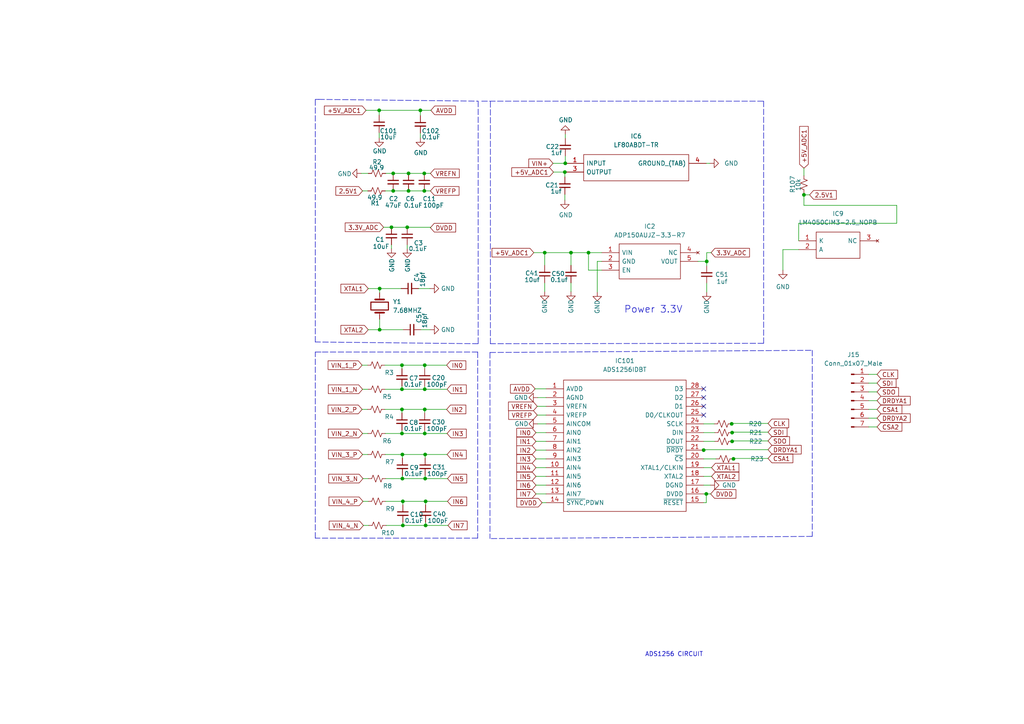
<source format=kicad_sch>
(kicad_sch (version 20211123) (generator eeschema)

  (uuid a30185dc-eedf-4e21-8801-832017b452bc)

  (paper "A4")

  (lib_symbols
    (symbol "ADP150aUJZ:ADP150AUJZ-3.3-R7" (pin_names (offset 0.762)) (in_bom yes) (on_board yes)
      (property "Reference" "IC" (id 0) (at 24.13 7.62 0)
        (effects (font (size 1.27 1.27)) (justify left))
      )
      (property "Value" "ADP150AUJZ-3.3-R7" (id 1) (at 24.13 5.08 0)
        (effects (font (size 1.27 1.27)) (justify left))
      )
      (property "Footprint" "SOT95P280X100-5N" (id 2) (at 24.13 2.54 0)
        (effects (font (size 1.27 1.27)) (justify left) hide)
      )
      (property "Datasheet" "https://www.digikey.com/product-detail/en/analog-devices-inc/ADP150AUJZ-3.3-R7/ADP150AUJZ-3.3-R7CT-ND/2207505" (id 3) (at 24.13 0 0)
        (effects (font (size 1.27 1.27)) (justify left) hide)
      )
      (property "Description" "Ultralow Noise, 150 mA CMOS Linear Regulator" (id 4) (at 24.13 -2.54 0)
        (effects (font (size 1.27 1.27)) (justify left) hide)
      )
      (property "Height" "1" (id 5) (at 24.13 -5.08 0)
        (effects (font (size 1.27 1.27)) (justify left) hide)
      )
      (property "Manufacturer_Name" "Analog Devices" (id 6) (at 24.13 -7.62 0)
        (effects (font (size 1.27 1.27)) (justify left) hide)
      )
      (property "Manufacturer_Part_Number" "ADP150AUJZ-3.3-R7" (id 7) (at 24.13 -10.16 0)
        (effects (font (size 1.27 1.27)) (justify left) hide)
      )
      (property "Mouser Part Number" "N/A" (id 8) (at 24.13 -12.7 0)
        (effects (font (size 1.27 1.27)) (justify left) hide)
      )
      (property "Mouser Price/Stock" "https://www.mouser.com/Search/Refine.aspx?Keyword=N%2FA" (id 9) (at 24.13 -15.24 0)
        (effects (font (size 1.27 1.27)) (justify left) hide)
      )
      (property "Arrow Part Number" "ADP150AUJZ-3.3-R7" (id 10) (at 24.13 -17.78 0)
        (effects (font (size 1.27 1.27)) (justify left) hide)
      )
      (property "Arrow Price/Stock" "https://www.arrow.com/en/products/adp150aujz-3.3-r7/analog-devices?region=nac" (id 11) (at 24.13 -20.32 0)
        (effects (font (size 1.27 1.27)) (justify left) hide)
      )
      (property "ki_description" "Ultralow Noise, 150 mA CMOS Linear Regulator" (id 12) (at 0 0 0)
        (effects (font (size 1.27 1.27)) hide)
      )
      (symbol "ADP150AUJZ-3.3-R7_0_0"
        (pin passive line (at 0 0 0) (length 5.08)
          (name "VIN" (effects (font (size 1.27 1.27))))
          (number "1" (effects (font (size 1.27 1.27))))
        )
        (pin passive line (at 0 -2.54 0) (length 5.08)
          (name "GND" (effects (font (size 1.27 1.27))))
          (number "2" (effects (font (size 1.27 1.27))))
        )
        (pin passive line (at 0 -5.08 0) (length 5.08)
          (name "EN" (effects (font (size 1.27 1.27))))
          (number "3" (effects (font (size 1.27 1.27))))
        )
        (pin no_connect line (at 27.94 0 180) (length 5.08)
          (name "NC" (effects (font (size 1.27 1.27))))
          (number "4" (effects (font (size 1.27 1.27))))
        )
        (pin passive line (at 27.94 -2.54 180) (length 5.08)
          (name "VOUT" (effects (font (size 1.27 1.27))))
          (number "5" (effects (font (size 1.27 1.27))))
        )
      )
      (symbol "ADP150AUJZ-3.3-R7_0_1"
        (polyline
          (pts
            (xy 5.08 2.54)
            (xy 22.86 2.54)
            (xy 22.86 -7.62)
            (xy 5.08 -7.62)
            (xy 5.08 2.54)
          )
          (stroke (width 0.1524) (type default) (color 0 0 0 0))
          (fill (type none))
        )
      )
    )
    (symbol "ADS1256:ADS1256IDBT" (pin_names (offset 0.762)) (in_bom yes) (on_board yes)
      (property "Reference" "IC" (id 0) (at 41.91 7.62 0)
        (effects (font (size 1.27 1.27)) (justify left))
      )
      (property "Value" "ADS1256IDBT" (id 1) (at 41.91 5.08 0)
        (effects (font (size 1.27 1.27)) (justify left))
      )
      (property "Footprint" "SOP65P780X200-28N" (id 2) (at 41.91 2.54 0)
        (effects (font (size 1.27 1.27)) (justify left) hide)
      )
      (property "Datasheet" "http://componentsearchengine.com/Datasheets/3/ADS1256IDBT.pdf" (id 3) (at 41.91 0 0)
        (effects (font (size 1.27 1.27)) (justify left) hide)
      )
      (property "Description" "24-bit, 30kSPS, 8-Ch Delta-Sigma ADC with PGA for Factory Automation and Process Control" (id 4) (at 41.91 -2.54 0)
        (effects (font (size 1.27 1.27)) (justify left) hide)
      )
      (property "Height" "2" (id 5) (at 41.91 -5.08 0)
        (effects (font (size 1.27 1.27)) (justify left) hide)
      )
      (property "Manufacturer_Name" "Texas Instruments" (id 6) (at 41.91 -7.62 0)
        (effects (font (size 1.27 1.27)) (justify left) hide)
      )
      (property "Manufacturer_Part_Number" "ADS1256IDBT" (id 7) (at 41.91 -10.16 0)
        (effects (font (size 1.27 1.27)) (justify left) hide)
      )
      (property "Mouser Part Number" "595-ADS1256IDBT" (id 8) (at 41.91 -12.7 0)
        (effects (font (size 1.27 1.27)) (justify left) hide)
      )
      (property "Mouser Price/Stock" "https://www.mouser.co.uk/ProductDetail/Texas-Instruments/ADS1256IDBT?qs=RaXRGs7zCv7ohBVNWdKfTA%3D%3D" (id 9) (at 41.91 -15.24 0)
        (effects (font (size 1.27 1.27)) (justify left) hide)
      )
      (property "Arrow Part Number" "ADS1256IDBT" (id 10) (at 41.91 -17.78 0)
        (effects (font (size 1.27 1.27)) (justify left) hide)
      )
      (property "Arrow Price/Stock" "https://www.arrow.com/en/products/ads1256idbt/texas-instruments?region=nac" (id 11) (at 41.91 -20.32 0)
        (effects (font (size 1.27 1.27)) (justify left) hide)
      )
      (property "ki_description" "24-bit, 30kSPS, 8-Ch Delta-Sigma ADC with PGA for Factory Automation and Process Control" (id 12) (at 0 0 0)
        (effects (font (size 1.27 1.27)) hide)
      )
      (symbol "ADS1256IDBT_0_0"
        (pin passive line (at 0 0 0) (length 5.08)
          (name "AVDD" (effects (font (size 1.27 1.27))))
          (number "1" (effects (font (size 1.27 1.27))))
        )
        (pin passive line (at 0 -22.86 0) (length 5.08)
          (name "AIN4" (effects (font (size 1.27 1.27))))
          (number "10" (effects (font (size 1.27 1.27))))
        )
        (pin passive line (at 0 -25.4 0) (length 5.08)
          (name "AIN5" (effects (font (size 1.27 1.27))))
          (number "11" (effects (font (size 1.27 1.27))))
        )
        (pin passive line (at 0 -27.94 0) (length 5.08)
          (name "AIN6" (effects (font (size 1.27 1.27))))
          (number "12" (effects (font (size 1.27 1.27))))
        )
        (pin passive line (at 0 -30.48 0) (length 5.08)
          (name "AIN7" (effects (font (size 1.27 1.27))))
          (number "13" (effects (font (size 1.27 1.27))))
        )
        (pin passive line (at 0 -33.02 0) (length 5.08)
          (name "~{SYNC,}PDWN" (effects (font (size 1.27 1.27))))
          (number "14" (effects (font (size 1.27 1.27))))
        )
        (pin passive line (at 45.72 -33.02 180) (length 5.08)
          (name "~{RESET}" (effects (font (size 1.27 1.27))))
          (number "15" (effects (font (size 1.27 1.27))))
        )
        (pin passive line (at 45.72 -30.48 180) (length 5.08)
          (name "DVDD" (effects (font (size 1.27 1.27))))
          (number "16" (effects (font (size 1.27 1.27))))
        )
        (pin passive line (at 45.72 -27.94 180) (length 5.08)
          (name "DGND" (effects (font (size 1.27 1.27))))
          (number "17" (effects (font (size 1.27 1.27))))
        )
        (pin passive line (at 45.72 -25.4 180) (length 5.08)
          (name "XTAL2" (effects (font (size 1.27 1.27))))
          (number "18" (effects (font (size 1.27 1.27))))
        )
        (pin passive line (at 45.72 -22.86 180) (length 5.08)
          (name "XTAL1/CLKIN" (effects (font (size 1.27 1.27))))
          (number "19" (effects (font (size 1.27 1.27))))
        )
        (pin passive line (at 0 -2.54 0) (length 5.08)
          (name "AGND" (effects (font (size 1.27 1.27))))
          (number "2" (effects (font (size 1.27 1.27))))
        )
        (pin passive line (at 45.72 -20.32 180) (length 5.08)
          (name "~{CS}" (effects (font (size 1.27 1.27))))
          (number "20" (effects (font (size 1.27 1.27))))
        )
        (pin passive line (at 45.72 -17.78 180) (length 5.08)
          (name "~{DRDY}" (effects (font (size 1.27 1.27))))
          (number "21" (effects (font (size 1.27 1.27))))
        )
        (pin passive line (at 45.72 -15.24 180) (length 5.08)
          (name "DOUT" (effects (font (size 1.27 1.27))))
          (number "22" (effects (font (size 1.27 1.27))))
        )
        (pin passive line (at 45.72 -12.7 180) (length 5.08)
          (name "DIN" (effects (font (size 1.27 1.27))))
          (number "23" (effects (font (size 1.27 1.27))))
        )
        (pin passive line (at 45.72 -10.16 180) (length 5.08)
          (name "SCLK" (effects (font (size 1.27 1.27))))
          (number "24" (effects (font (size 1.27 1.27))))
        )
        (pin passive line (at 45.72 -7.62 180) (length 5.08)
          (name "D0/CLKOUT" (effects (font (size 1.27 1.27))))
          (number "25" (effects (font (size 1.27 1.27))))
        )
        (pin passive line (at 45.72 -5.08 180) (length 5.08)
          (name "D1" (effects (font (size 1.27 1.27))))
          (number "26" (effects (font (size 1.27 1.27))))
        )
        (pin passive line (at 45.72 -2.54 180) (length 5.08)
          (name "D2" (effects (font (size 1.27 1.27))))
          (number "27" (effects (font (size 1.27 1.27))))
        )
        (pin passive line (at 45.72 0 180) (length 5.08)
          (name "D3" (effects (font (size 1.27 1.27))))
          (number "28" (effects (font (size 1.27 1.27))))
        )
        (pin passive line (at 0 -5.08 0) (length 5.08)
          (name "VREFN" (effects (font (size 1.27 1.27))))
          (number "3" (effects (font (size 1.27 1.27))))
        )
        (pin passive line (at 0 -7.62 0) (length 5.08)
          (name "VREFP" (effects (font (size 1.27 1.27))))
          (number "4" (effects (font (size 1.27 1.27))))
        )
        (pin passive line (at 0 -10.16 0) (length 5.08)
          (name "AINCOM" (effects (font (size 1.27 1.27))))
          (number "5" (effects (font (size 1.27 1.27))))
        )
        (pin passive line (at 0 -12.7 0) (length 5.08)
          (name "AIN0" (effects (font (size 1.27 1.27))))
          (number "6" (effects (font (size 1.27 1.27))))
        )
        (pin passive line (at 0 -15.24 0) (length 5.08)
          (name "AIN1" (effects (font (size 1.27 1.27))))
          (number "7" (effects (font (size 1.27 1.27))))
        )
        (pin passive line (at 0 -17.78 0) (length 5.08)
          (name "AIN2" (effects (font (size 1.27 1.27))))
          (number "8" (effects (font (size 1.27 1.27))))
        )
        (pin passive line (at 0 -20.32 0) (length 5.08)
          (name "AIN3" (effects (font (size 1.27 1.27))))
          (number "9" (effects (font (size 1.27 1.27))))
        )
      )
      (symbol "ADS1256IDBT_0_1"
        (polyline
          (pts
            (xy 5.08 2.54)
            (xy 40.64 2.54)
            (xy 40.64 -35.56)
            (xy 5.08 -35.56)
            (xy 5.08 2.54)
          )
          (stroke (width 0.1524) (type default) (color 0 0 0 0))
          (fill (type none))
        )
      )
    )
    (symbol "Connector:Conn_01x07_Male" (pin_names (offset 1.016) hide) (in_bom yes) (on_board yes)
      (property "Reference" "J" (id 0) (at 0 10.16 0)
        (effects (font (size 1.27 1.27)))
      )
      (property "Value" "Conn_01x07_Male" (id 1) (at 0 -10.16 0)
        (effects (font (size 1.27 1.27)))
      )
      (property "Footprint" "Connector_PinHeader_1.00mm:PinHeader_1x07_P1.00mm_Vertical" (id 2) (at 0 0 0)
        (effects (font (size 1.27 1.27)) hide)
      )
      (property "Datasheet" "~" (id 3) (at 0 0 0)
        (effects (font (size 1.27 1.27)) hide)
      )
      (property "ki_keywords" "connector" (id 4) (at 0 0 0)
        (effects (font (size 1.27 1.27)) hide)
      )
      (property "ki_description" "Generic connector, single row, 01x07, script generated (kicad-library-utils/schlib/autogen/connector/)" (id 5) (at 0 0 0)
        (effects (font (size 1.27 1.27)) hide)
      )
      (property "ki_fp_filters" "Connector*:*_1x??_*" (id 6) (at 0 0 0)
        (effects (font (size 1.27 1.27)) hide)
      )
      (symbol "Conn_01x07_Male_1_1"
        (polyline
          (pts
            (xy 1.27 -7.62)
            (xy 0.8636 -7.62)
          )
          (stroke (width 0.1524) (type default) (color 0 0 0 0))
          (fill (type none))
        )
        (polyline
          (pts
            (xy 1.27 -5.08)
            (xy 0.8636 -5.08)
          )
          (stroke (width 0.1524) (type default) (color 0 0 0 0))
          (fill (type none))
        )
        (polyline
          (pts
            (xy 1.27 -2.54)
            (xy 0.8636 -2.54)
          )
          (stroke (width 0.1524) (type default) (color 0 0 0 0))
          (fill (type none))
        )
        (polyline
          (pts
            (xy 1.27 0)
            (xy 0.8636 0)
          )
          (stroke (width 0.1524) (type default) (color 0 0 0 0))
          (fill (type none))
        )
        (polyline
          (pts
            (xy 1.27 2.54)
            (xy 0.8636 2.54)
          )
          (stroke (width 0.1524) (type default) (color 0 0 0 0))
          (fill (type none))
        )
        (polyline
          (pts
            (xy 1.27 5.08)
            (xy 0.8636 5.08)
          )
          (stroke (width 0.1524) (type default) (color 0 0 0 0))
          (fill (type none))
        )
        (polyline
          (pts
            (xy 1.27 7.62)
            (xy 0.8636 7.62)
          )
          (stroke (width 0.1524) (type default) (color 0 0 0 0))
          (fill (type none))
        )
        (rectangle (start 0.8636 -7.493) (end 0 -7.747)
          (stroke (width 0.1524) (type default) (color 0 0 0 0))
          (fill (type outline))
        )
        (rectangle (start 0.8636 -4.953) (end 0 -5.207)
          (stroke (width 0.1524) (type default) (color 0 0 0 0))
          (fill (type outline))
        )
        (rectangle (start 0.8636 -2.413) (end 0 -2.667)
          (stroke (width 0.1524) (type default) (color 0 0 0 0))
          (fill (type outline))
        )
        (rectangle (start 0.8636 0.127) (end 0 -0.127)
          (stroke (width 0.1524) (type default) (color 0 0 0 0))
          (fill (type outline))
        )
        (rectangle (start 0.8636 2.667) (end 0 2.413)
          (stroke (width 0.1524) (type default) (color 0 0 0 0))
          (fill (type outline))
        )
        (rectangle (start 0.8636 5.207) (end 0 4.953)
          (stroke (width 0.1524) (type default) (color 0 0 0 0))
          (fill (type outline))
        )
        (rectangle (start 0.8636 7.747) (end 0 7.493)
          (stroke (width 0.1524) (type default) (color 0 0 0 0))
          (fill (type outline))
        )
        (pin passive line (at 5.08 7.62 180) (length 3.81)
          (name "Pin_1" (effects (font (size 1.27 1.27))))
          (number "1" (effects (font (size 1.27 1.27))))
        )
        (pin passive line (at 5.08 5.08 180) (length 3.81)
          (name "Pin_2" (effects (font (size 1.27 1.27))))
          (number "2" (effects (font (size 1.27 1.27))))
        )
        (pin passive line (at 5.08 2.54 180) (length 3.81)
          (name "Pin_3" (effects (font (size 1.27 1.27))))
          (number "3" (effects (font (size 1.27 1.27))))
        )
        (pin passive line (at 5.08 0 180) (length 3.81)
          (name "Pin_4" (effects (font (size 1.27 1.27))))
          (number "4" (effects (font (size 1.27 1.27))))
        )
        (pin passive line (at 5.08 -2.54 180) (length 3.81)
          (name "Pin_5" (effects (font (size 1.27 1.27))))
          (number "5" (effects (font (size 1.27 1.27))))
        )
        (pin passive line (at 5.08 -5.08 180) (length 3.81)
          (name "Pin_6" (effects (font (size 1.27 1.27))))
          (number "6" (effects (font (size 1.27 1.27))))
        )
        (pin passive line (at 5.08 -7.62 180) (length 3.81)
          (name "Pin_7" (effects (font (size 1.27 1.27))))
          (number "7" (effects (font (size 1.27 1.27))))
        )
      )
    )
    (symbol "Device:C_Small" (pin_numbers hide) (pin_names (offset 0.254) hide) (in_bom yes) (on_board yes)
      (property "Reference" "C" (id 0) (at 0.254 1.778 0)
        (effects (font (size 1.27 1.27)) (justify left))
      )
      (property "Value" "C_Small" (id 1) (at 0.254 -2.032 0)
        (effects (font (size 1.27 1.27)) (justify left))
      )
      (property "Footprint" "" (id 2) (at 0 0 0)
        (effects (font (size 1.27 1.27)) hide)
      )
      (property "Datasheet" "~" (id 3) (at 0 0 0)
        (effects (font (size 1.27 1.27)) hide)
      )
      (property "ki_keywords" "capacitor cap" (id 4) (at 0 0 0)
        (effects (font (size 1.27 1.27)) hide)
      )
      (property "ki_description" "Unpolarized capacitor, small symbol" (id 5) (at 0 0 0)
        (effects (font (size 1.27 1.27)) hide)
      )
      (property "ki_fp_filters" "C_*" (id 6) (at 0 0 0)
        (effects (font (size 1.27 1.27)) hide)
      )
      (symbol "C_Small_0_1"
        (polyline
          (pts
            (xy -1.524 -0.508)
            (xy 1.524 -0.508)
          )
          (stroke (width 0.3302) (type default) (color 0 0 0 0))
          (fill (type none))
        )
        (polyline
          (pts
            (xy -1.524 0.508)
            (xy 1.524 0.508)
          )
          (stroke (width 0.3048) (type default) (color 0 0 0 0))
          (fill (type none))
        )
      )
      (symbol "C_Small_1_1"
        (pin passive line (at 0 2.54 270) (length 2.032)
          (name "~" (effects (font (size 1.27 1.27))))
          (number "1" (effects (font (size 1.27 1.27))))
        )
        (pin passive line (at 0 -2.54 90) (length 2.032)
          (name "~" (effects (font (size 1.27 1.27))))
          (number "2" (effects (font (size 1.27 1.27))))
        )
      )
    )
    (symbol "Device:Crystal" (pin_numbers hide) (pin_names (offset 1.016) hide) (in_bom yes) (on_board yes)
      (property "Reference" "Y" (id 0) (at 0 3.81 0)
        (effects (font (size 1.27 1.27)))
      )
      (property "Value" "Crystal" (id 1) (at 0 -3.81 0)
        (effects (font (size 1.27 1.27)))
      )
      (property "Footprint" "" (id 2) (at 0 0 0)
        (effects (font (size 1.27 1.27)) hide)
      )
      (property "Datasheet" "~" (id 3) (at 0 0 0)
        (effects (font (size 1.27 1.27)) hide)
      )
      (property "ki_keywords" "quartz ceramic resonator oscillator" (id 4) (at 0 0 0)
        (effects (font (size 1.27 1.27)) hide)
      )
      (property "ki_description" "Two pin crystal" (id 5) (at 0 0 0)
        (effects (font (size 1.27 1.27)) hide)
      )
      (property "ki_fp_filters" "Crystal*" (id 6) (at 0 0 0)
        (effects (font (size 1.27 1.27)) hide)
      )
      (symbol "Crystal_0_1"
        (rectangle (start -1.143 2.54) (end 1.143 -2.54)
          (stroke (width 0.3048) (type default) (color 0 0 0 0))
          (fill (type none))
        )
        (polyline
          (pts
            (xy -2.54 0)
            (xy -1.905 0)
          )
          (stroke (width 0) (type default) (color 0 0 0 0))
          (fill (type none))
        )
        (polyline
          (pts
            (xy -1.905 -1.27)
            (xy -1.905 1.27)
          )
          (stroke (width 0.508) (type default) (color 0 0 0 0))
          (fill (type none))
        )
        (polyline
          (pts
            (xy 1.905 -1.27)
            (xy 1.905 1.27)
          )
          (stroke (width 0.508) (type default) (color 0 0 0 0))
          (fill (type none))
        )
        (polyline
          (pts
            (xy 2.54 0)
            (xy 1.905 0)
          )
          (stroke (width 0) (type default) (color 0 0 0 0))
          (fill (type none))
        )
      )
      (symbol "Crystal_1_1"
        (pin passive line (at -3.81 0 0) (length 1.27)
          (name "1" (effects (font (size 1.27 1.27))))
          (number "1" (effects (font (size 1.27 1.27))))
        )
        (pin passive line (at 3.81 0 180) (length 1.27)
          (name "2" (effects (font (size 1.27 1.27))))
          (number "2" (effects (font (size 1.27 1.27))))
        )
      )
    )
    (symbol "Device:R_Small_US" (pin_numbers hide) (pin_names (offset 0.254) hide) (in_bom yes) (on_board yes)
      (property "Reference" "R" (id 0) (at 0.762 0.508 0)
        (effects (font (size 1.27 1.27)) (justify left))
      )
      (property "Value" "R_Small_US" (id 1) (at 0.762 -1.016 0)
        (effects (font (size 1.27 1.27)) (justify left))
      )
      (property "Footprint" "" (id 2) (at 0 0 0)
        (effects (font (size 1.27 1.27)) hide)
      )
      (property "Datasheet" "~" (id 3) (at 0 0 0)
        (effects (font (size 1.27 1.27)) hide)
      )
      (property "ki_keywords" "r resistor" (id 4) (at 0 0 0)
        (effects (font (size 1.27 1.27)) hide)
      )
      (property "ki_description" "Resistor, small US symbol" (id 5) (at 0 0 0)
        (effects (font (size 1.27 1.27)) hide)
      )
      (property "ki_fp_filters" "R_*" (id 6) (at 0 0 0)
        (effects (font (size 1.27 1.27)) hide)
      )
      (symbol "R_Small_US_1_1"
        (polyline
          (pts
            (xy 0 0)
            (xy 1.016 -0.381)
            (xy 0 -0.762)
            (xy -1.016 -1.143)
            (xy 0 -1.524)
          )
          (stroke (width 0) (type default) (color 0 0 0 0))
          (fill (type none))
        )
        (polyline
          (pts
            (xy 0 1.524)
            (xy 1.016 1.143)
            (xy 0 0.762)
            (xy -1.016 0.381)
            (xy 0 0)
          )
          (stroke (width 0) (type default) (color 0 0 0 0))
          (fill (type none))
        )
        (pin passive line (at 0 2.54 270) (length 1.016)
          (name "~" (effects (font (size 1.27 1.27))))
          (number "1" (effects (font (size 1.27 1.27))))
        )
        (pin passive line (at 0 -2.54 90) (length 1.016)
          (name "~" (effects (font (size 1.27 1.27))))
          (number "2" (effects (font (size 1.27 1.27))))
        )
      )
    )
    (symbol "LF80ABDT:LF80ABDT-TR" (pin_names (offset 0.762)) (in_bom yes) (on_board yes)
      (property "Reference" "IC" (id 0) (at 36.83 7.62 0)
        (effects (font (size 1.27 1.27)) (justify left))
      )
      (property "Value" "LF80ABDT-TR" (id 1) (at 36.83 5.08 0)
        (effects (font (size 1.27 1.27)) (justify left))
      )
      (property "Footprint" "TO228P972X240-3N" (id 2) (at 36.83 2.54 0)
        (effects (font (size 1.27 1.27)) (justify left) hide)
      )
      (property "Datasheet" "http://www.st.com/st-web-ui/static/active/en/resource/technical/document/datasheet/CD00000546.pdf" (id 3) (at 36.83 0 0)
        (effects (font (size 1.27 1.27)) (justify left) hide)
      )
      (property "Description" "LF80ABDT-TR, Low Dropout Voltage Regulator, 0.5A, 8 V +/-1%, 3-Pin DPAK" (id 4) (at 36.83 -2.54 0)
        (effects (font (size 1.27 1.27)) (justify left) hide)
      )
      (property "Height" "2.4" (id 5) (at 36.83 -5.08 0)
        (effects (font (size 1.27 1.27)) (justify left) hide)
      )
      (property "Manufacturer_Name" "STMicroelectronics" (id 6) (at 36.83 -7.62 0)
        (effects (font (size 1.27 1.27)) (justify left) hide)
      )
      (property "Manufacturer_Part_Number" "LF80ABDT-TR" (id 7) (at 36.83 -10.16 0)
        (effects (font (size 1.27 1.27)) (justify left) hide)
      )
      (property "Mouser Part Number" "511-LF80ABDT-TR" (id 8) (at 36.83 -12.7 0)
        (effects (font (size 1.27 1.27)) (justify left) hide)
      )
      (property "Mouser Price/Stock" "https://www.mouser.co.uk/ProductDetail/STMicroelectronics/LF80ABDT-TR?qs=rQxjsk9FJaKqWqynhzWMLQ%3D%3D" (id 9) (at 36.83 -15.24 0)
        (effects (font (size 1.27 1.27)) (justify left) hide)
      )
      (property "Arrow Part Number" "LF80ABDT-TR" (id 10) (at 36.83 -17.78 0)
        (effects (font (size 1.27 1.27)) (justify left) hide)
      )
      (property "Arrow Price/Stock" "https://www.arrow.com/en/products/lf80abdt-tr/stmicroelectronics?region=nac" (id 11) (at 36.83 -20.32 0)
        (effects (font (size 1.27 1.27)) (justify left) hide)
      )
      (property "ki_description" "LF80ABDT-TR, Low Dropout Voltage Regulator, 0.5A, 8 V +/-1%, 3-Pin DPAK" (id 12) (at 0 0 0)
        (effects (font (size 1.27 1.27)) hide)
      )
      (symbol "LF80ABDT-TR_0_0"
        (pin input line (at 0 0 0) (length 5.08)
          (name "INPUT" (effects (font (size 1.27 1.27))))
          (number "1" (effects (font (size 1.27 1.27))))
        )
        (pin output line (at 0 -2.54 0) (length 5.08)
          (name "OUTPUT" (effects (font (size 1.27 1.27))))
          (number "3" (effects (font (size 1.27 1.27))))
        )
        (pin passive line (at 40.64 0 180) (length 5.08)
          (name "GROUND_(TAB)" (effects (font (size 1.27 1.27))))
          (number "4" (effects (font (size 1.27 1.27))))
        )
      )
      (symbol "LF80ABDT-TR_0_1"
        (polyline
          (pts
            (xy 5.08 2.54)
            (xy 35.56 2.54)
            (xy 35.56 -5.08)
            (xy 5.08 -5.08)
            (xy 5.08 2.54)
          )
          (stroke (width 0.1524) (type default) (color 0 0 0 0))
          (fill (type none))
        )
      )
    )
    (symbol "lm4050:LM4050CIM3-2.5_NOPB" (pin_names (offset 0.762)) (in_bom yes) (on_board yes)
      (property "Reference" "IC" (id 0) (at 19.05 7.62 0)
        (effects (font (size 1.27 1.27)) (justify left))
      )
      (property "Value" "LM4050CIM3-2.5_NOPB" (id 1) (at 19.05 5.08 0)
        (effects (font (size 1.27 1.27)) (justify left))
      )
      (property "Footprint" "SOT95P237X112-3N" (id 2) (at 19.05 2.54 0)
        (effects (font (size 1.27 1.27)) (justify left) hide)
      )
      (property "Datasheet" "http://www.ti.com/lit/gpn/lm4050-n" (id 3) (at 19.05 0 0)
        (effects (font (size 1.27 1.27)) (justify left) hide)
      )
      (property "Description" "50ppm/C Precision Micropower Shunt Voltage Reference" (id 4) (at 19.05 -2.54 0)
        (effects (font (size 1.27 1.27)) (justify left) hide)
      )
      (property "Height" "1.12" (id 5) (at 19.05 -5.08 0)
        (effects (font (size 1.27 1.27)) (justify left) hide)
      )
      (property "Manufacturer_Name" "Texas Instruments" (id 6) (at 19.05 -7.62 0)
        (effects (font (size 1.27 1.27)) (justify left) hide)
      )
      (property "Manufacturer_Part_Number" "LM4050CIM3-2.5/NOPB" (id 7) (at 19.05 -10.16 0)
        (effects (font (size 1.27 1.27)) (justify left) hide)
      )
      (property "Mouser Part Number" "926-LM4050CIM325NOPB" (id 8) (at 19.05 -12.7 0)
        (effects (font (size 1.27 1.27)) (justify left) hide)
      )
      (property "Mouser Price/Stock" "https://www.mouser.co.uk/ProductDetail/Texas-Instruments/LM4050CIM3-25-NOPB?qs=QbsRYf82W3GLOSrwztE2%252BA%3D%3D" (id 9) (at 19.05 -15.24 0)
        (effects (font (size 1.27 1.27)) (justify left) hide)
      )
      (property "Arrow Part Number" "LM4050CIM3-2.5/NOPB" (id 10) (at 19.05 -17.78 0)
        (effects (font (size 1.27 1.27)) (justify left) hide)
      )
      (property "Arrow Price/Stock" "https://www.arrow.com/en/products/lm4050cim3-2.5nopb/texas-instruments?region=nac" (id 11) (at 19.05 -20.32 0)
        (effects (font (size 1.27 1.27)) (justify left) hide)
      )
      (property "Mouser Testing Part Number" "" (id 12) (at 19.05 -22.86 0)
        (effects (font (size 1.27 1.27)) (justify left) hide)
      )
      (property "Mouser Testing Price/Stock" "" (id 13) (at 19.05 -25.4 0)
        (effects (font (size 1.27 1.27)) (justify left) hide)
      )
      (symbol "LM4050CIM3-2.5_NOPB_0_0"
        (pin passive line (at 0 0 0) (length 5.08)
          (name "K" (effects (font (size 1.27 1.27))))
          (number "1" (effects (font (size 1.27 1.27))))
        )
        (pin passive line (at 0 -2.54 0) (length 5.08)
          (name "A" (effects (font (size 1.27 1.27))))
          (number "2" (effects (font (size 1.27 1.27))))
        )
        (pin no_connect line (at 22.86 0 180) (length 5.08)
          (name "NC" (effects (font (size 1.27 1.27))))
          (number "3" (effects (font (size 1.27 1.27))))
        )
      )
      (symbol "LM4050CIM3-2.5_NOPB_0_1"
        (polyline
          (pts
            (xy 5.08 2.54)
            (xy 17.78 2.54)
            (xy 17.78 -5.08)
            (xy 5.08 -5.08)
            (xy 5.08 2.54)
          )
          (stroke (width 0.1524) (type default) (color 0 0 0 0))
          (fill (type none))
        )
      )
    )
    (symbol "power:GND" (power) (pin_names (offset 0)) (in_bom yes) (on_board yes)
      (property "Reference" "#PWR" (id 0) (at 0 -6.35 0)
        (effects (font (size 1.27 1.27)) hide)
      )
      (property "Value" "GND" (id 1) (at 0 -3.81 0)
        (effects (font (size 1.27 1.27)))
      )
      (property "Footprint" "" (id 2) (at 0 0 0)
        (effects (font (size 1.27 1.27)) hide)
      )
      (property "Datasheet" "" (id 3) (at 0 0 0)
        (effects (font (size 1.27 1.27)) hide)
      )
      (property "ki_keywords" "power-flag" (id 4) (at 0 0 0)
        (effects (font (size 1.27 1.27)) hide)
      )
      (property "ki_description" "Power symbol creates a global label with name \"GND\" , ground" (id 5) (at 0 0 0)
        (effects (font (size 1.27 1.27)) hide)
      )
      (symbol "GND_0_1"
        (polyline
          (pts
            (xy 0 0)
            (xy 0 -1.27)
            (xy 1.27 -1.27)
            (xy 0 -2.54)
            (xy -1.27 -1.27)
            (xy 0 -1.27)
          )
          (stroke (width 0) (type default) (color 0 0 0 0))
          (fill (type none))
        )
      )
      (symbol "GND_1_1"
        (pin power_in line (at 0 0 270) (length 0) hide
          (name "GND" (effects (font (size 1.27 1.27))))
          (number "1" (effects (font (size 1.27 1.27))))
        )
      )
    )
  )

  (junction (at 123.317 138.811) (diameter 0) (color 0 0 0 0)
    (uuid 050577c3-76db-4283-bd1e-e99a9cfdfc3e)
  )
  (junction (at 123.317 131.826) (diameter 0) (color 0 0 0 0)
    (uuid 1512eb72-60c6-4bca-bd47-eefef4e40e6d)
  )
  (junction (at 118.491 50.292) (diameter 0) (color 0 0 0 0)
    (uuid 15276342-f2d9-4983-9c53-4b607f74e195)
  )
  (junction (at 118.491 55.372) (diameter 0) (color 0 0 0 0)
    (uuid 224a172c-635d-4ae3-9f91-19d985cb536e)
  )
  (junction (at 116.586 112.903) (diameter 0) (color 0 0 0 0)
    (uuid 2626f44e-8b2c-42f4-b1dd-36d34f3932b5)
  )
  (junction (at 114.046 55.372) (diameter 0) (color 0 0 0 0)
    (uuid 266fefbf-59fb-4c1c-9339-3201a51f7e81)
  )
  (junction (at 204.851 143.256) (diameter 0) (color 0 0 0 0)
    (uuid 272b1113-424a-46cc-84e1-d9a3ea7df004)
  )
  (junction (at 110.109 83.693) (diameter 0) (color 0 0 0 0)
    (uuid 29bbd575-c5ad-4113-aa80-4ce355c009ae)
  )
  (junction (at 123.063 50.292) (diameter 0) (color 0 0 0 0)
    (uuid 2a474fcf-a570-4c0f-adee-11e6fef6ae42)
  )
  (junction (at 116.84 145.415) (diameter 0) (color 0 0 0 0)
    (uuid 2acc3081-7ddd-479f-b391-a2f9516eb95d)
  )
  (junction (at 116.586 105.918) (diameter 0) (color 0 0 0 0)
    (uuid 3728fb68-c3ce-499b-8950-70b298d18c1e)
  )
  (junction (at 123.444 152.4) (diameter 0) (color 0 0 0 0)
    (uuid 376d4042-0eeb-4696-ba54-d04a6c522f97)
  )
  (junction (at 233.172 56.515) (diameter 0) (color 0 0 0 0)
    (uuid 3a7cf02d-7c4c-4349-b8d7-e1dc6118363a)
  )
  (junction (at 116.713 138.811) (diameter 0) (color 0 0 0 0)
    (uuid 3c3d936b-fd1a-4e69-9867-05a066d5ff3c)
  )
  (junction (at 157.988 73.279) (diameter 0) (color 0 0 0 0)
    (uuid 489545f0-7d9c-4030-abbe-bf43260a77df)
  )
  (junction (at 109.982 32.004) (diameter 0) (color 0 0 0 0)
    (uuid 4983429e-610c-4d9f-9e5a-fa41e26c81f1)
  )
  (junction (at 116.713 131.826) (diameter 0) (color 0 0 0 0)
    (uuid 4d5816b0-b643-4958-9ac6-7d22a22c958a)
  )
  (junction (at 204.089 130.556) (diameter 0) (color 0 0 0 0)
    (uuid 4e92abb8-f168-46e6-a406-9a0ef2d9bb71)
  )
  (junction (at 116.586 118.745) (diameter 0) (color 0 0 0 0)
    (uuid 5544d008-bf88-41df-8b7c-beb4c6c437cd)
  )
  (junction (at 118.11 65.913) (diameter 0) (color 0 0 0 0)
    (uuid 5813f79e-ac6e-437c-98ca-c7db7fc3dea5)
  )
  (junction (at 113.538 65.913) (diameter 0) (color 0 0 0 0)
    (uuid 5c603d24-d655-4af0-a8cd-93dc922a98ac)
  )
  (junction (at 163.83 49.911) (diameter 0) (color 0 0 0 0)
    (uuid 630b0d0e-1a4f-4ec6-8016-e585a627b336)
  )
  (junction (at 212.344 128.016) (diameter 0) (color 0 0 0 0)
    (uuid 696be4d4-0908-43e8-8cc9-b753baac8d90)
  )
  (junction (at 123.063 55.372) (diameter 0) (color 0 0 0 0)
    (uuid 6e955517-605e-4405-8e2c-5800c37ff617)
  )
  (junction (at 123.19 125.73) (diameter 0) (color 0 0 0 0)
    (uuid 7ed10fc6-8aeb-40e9-ab64-b8536985e24f)
  )
  (junction (at 212.344 125.476) (diameter 0) (color 0 0 0 0)
    (uuid 8696937b-3e3c-4629-af1a-63e3a79e8b67)
  )
  (junction (at 123.19 112.903) (diameter 0) (color 0 0 0 0)
    (uuid a109a504-ae20-4793-9d19-cb4c59fbad50)
  )
  (junction (at 170.688 73.279) (diameter 0) (color 0 0 0 0)
    (uuid a52cfa3a-6073-41d4-832c-67732ce93e4f)
  )
  (junction (at 123.19 118.745) (diameter 0) (color 0 0 0 0)
    (uuid ab8e4ec3-7e6e-4808-bc26-38b1a629971e)
  )
  (junction (at 123.19 105.918) (diameter 0) (color 0 0 0 0)
    (uuid b1282d5e-44c8-45aa-91ea-9bfcfcd81c75)
  )
  (junction (at 110.109 95.631) (diameter 0) (color 0 0 0 0)
    (uuid bb84f90c-eedb-44c1-94d0-0f16918a49f5)
  )
  (junction (at 212.725 133.096) (diameter 0) (color 0 0 0 0)
    (uuid bdf9ae81-9959-469d-abeb-cf1a371a77fd)
  )
  (junction (at 163.957 47.371) (diameter 0) (color 0 0 0 0)
    (uuid be275444-689d-4f0b-b48e-df0296192bcc)
  )
  (junction (at 114.046 50.292) (diameter 0) (color 0 0 0 0)
    (uuid cd2436ab-7b84-402e-b5dc-52bafb40ea73)
  )
  (junction (at 204.978 75.819) (diameter 0) (color 0 0 0 0)
    (uuid cdb73607-8182-479e-ab83-857f73aad4c5)
  )
  (junction (at 121.92 32.004) (diameter 0) (color 0 0 0 0)
    (uuid d5a4828e-2ea9-4c58-bdaa-0875274384c4)
  )
  (junction (at 212.217 122.936) (diameter 0) (color 0 0 0 0)
    (uuid d83e133e-b088-4dc6-b830-044a4133635c)
  )
  (junction (at 116.586 125.73) (diameter 0) (color 0 0 0 0)
    (uuid df2cdb14-d981-4345-a48a-55e982ce4d01)
  )
  (junction (at 123.444 145.415) (diameter 0) (color 0 0 0 0)
    (uuid e8f5bab3-9509-4b82-a8a6-61a0d7601b5e)
  )
  (junction (at 165.608 73.279) (diameter 0) (color 0 0 0 0)
    (uuid f8079fc6-9c3c-4659-87dc-d62b8459a2d7)
  )
  (junction (at 116.84 152.4) (diameter 0) (color 0 0 0 0)
    (uuid f8a95144-1a37-4473-ad5b-471f3fabe6ae)
  )

  (no_connect (at 204.089 120.396) (uuid 878df84b-6a26-4446-a310-7bc61c9ce133))
  (no_connect (at 204.089 117.856) (uuid 878df84b-6a26-4446-a310-7bc61c9ce134))
  (no_connect (at 204.089 115.316) (uuid 878df84b-6a26-4446-a310-7bc61c9ce135))
  (no_connect (at 204.089 112.776) (uuid 878df84b-6a26-4446-a310-7bc61c9ce136))

  (polyline (pts (xy 138.684 29.337) (xy 138.684 99.695))
    (stroke (width 0) (type default) (color 0 0 0 0))
    (uuid 019fd255-b632-4b27-82fe-a468b24e3811)
  )

  (wire (pts (xy 204.089 140.716) (xy 205.994 140.716))
    (stroke (width 0) (type default) (color 0 0 0 0))
    (uuid 0549a0fb-6b98-4711-8060-7e869ecfca7a)
  )
  (wire (pts (xy 204.089 135.636) (xy 206.375 135.636))
    (stroke (width 0) (type default) (color 0 0 0 0))
    (uuid 062c39a5-a968-44a7-89a3-506a351f3e03)
  )
  (wire (pts (xy 222.758 130.429) (xy 204.089 130.429))
    (stroke (width 0) (type default) (color 0 0 0 0))
    (uuid 099c7d2a-0c07-4466-ad5e-b66e68bca225)
  )
  (wire (pts (xy 116.713 132.842) (xy 116.713 131.826))
    (stroke (width 0) (type default) (color 0 0 0 0))
    (uuid 0aa60412-8fd4-48fc-94d1-54d54bb3676a)
  )
  (wire (pts (xy 116.586 125.73) (xy 116.586 124.841))
    (stroke (width 0) (type default) (color 0 0 0 0))
    (uuid 0afe7b78-cac4-463e-b092-5ec7c27a31a4)
  )
  (wire (pts (xy 114.046 55.372) (xy 118.491 55.372))
    (stroke (width 0) (type default) (color 0 0 0 0))
    (uuid 116f7fa7-7884-4747-8fbf-55b19416eb16)
  )
  (wire (pts (xy 155.448 130.556) (xy 158.369 130.556))
    (stroke (width 0) (type default) (color 0 0 0 0))
    (uuid 1170a3f7-5bf7-46c9-aa25-4e844dd64c66)
  )
  (wire (pts (xy 116.84 152.4) (xy 123.444 152.4))
    (stroke (width 0) (type default) (color 0 0 0 0))
    (uuid 120e484c-7ce5-4580-88f5-ae9a5f39e877)
  )
  (wire (pts (xy 251.968 113.665) (xy 254.381 113.665))
    (stroke (width 0) (type default) (color 0 0 0 0))
    (uuid 14aaf689-1bb6-439c-b8e0-be9007f6234c)
  )
  (wire (pts (xy 116.713 138.811) (xy 123.317 138.811))
    (stroke (width 0) (type default) (color 0 0 0 0))
    (uuid 14d53839-ee2b-4e7a-9698-02d4e917ae07)
  )
  (wire (pts (xy 110.109 83.693) (xy 116.332 83.693))
    (stroke (width 0) (type default) (color 0 0 0 0))
    (uuid 14dff494-fd54-411c-9603-5f4ffac70bd8)
  )
  (wire (pts (xy 155.448 135.636) (xy 158.369 135.636))
    (stroke (width 0) (type default) (color 0 0 0 0))
    (uuid 15595d4f-f3d2-4000-badb-fc53a3f92b19)
  )
  (wire (pts (xy 165.608 76.962) (xy 165.608 73.279))
    (stroke (width 0) (type default) (color 0 0 0 0))
    (uuid 15812adc-d3c3-4161-8633-7783c8246e30)
  )
  (wire (pts (xy 155.448 125.476) (xy 158.369 125.476))
    (stroke (width 0) (type default) (color 0 0 0 0))
    (uuid 166f1f9a-859c-4bb4-9b7d-4a9eb46566c8)
  )
  (wire (pts (xy 173.228 75.819) (xy 174.498 75.819))
    (stroke (width 0) (type default) (color 0 0 0 0))
    (uuid 16792c2b-f8e9-4db8-9c42-31e32cbb5180)
  )
  (wire (pts (xy 104.775 50.292) (xy 106.807 50.292))
    (stroke (width 0) (type default) (color 0 0 0 0))
    (uuid 173be1f4-4ec8-47ce-9b8b-d69b25e91b1a)
  )
  (wire (pts (xy 123.19 106.934) (xy 123.19 105.918))
    (stroke (width 0) (type default) (color 0 0 0 0))
    (uuid 1b805b19-3158-4783-b5ed-cf78f6433e34)
  )
  (wire (pts (xy 163.957 45.212) (xy 163.957 47.371))
    (stroke (width 0) (type default) (color 0 0 0 0))
    (uuid 1d77a339-45b5-49eb-a26c-86ad80da2cf6)
  )
  (wire (pts (xy 123.063 50.292) (xy 124.841 50.292))
    (stroke (width 0) (type default) (color 0 0 0 0))
    (uuid 1e36fb6e-07dd-4a4a-bd21-f395e6f91645)
  )
  (wire (pts (xy 123.19 118.745) (xy 129.54 118.745))
    (stroke (width 0) (type default) (color 0 0 0 0))
    (uuid 1ee1bf33-8436-49f1-9c3d-11f56e3ee6f5)
  )
  (wire (pts (xy 163.83 49.911) (xy 163.83 51.308))
    (stroke (width 0) (type default) (color 0 0 0 0))
    (uuid 20f30f54-2669-4d67-9f5e-89034556f0e8)
  )
  (polyline (pts (xy 142.24 29.464) (xy 142.24 99.695))
    (stroke (width 0) (type default) (color 0 0 0 0))
    (uuid 20f8f674-4582-4714-a0ab-1dbb0e9f3444)
  )

  (wire (pts (xy 155.448 133.096) (xy 158.369 133.096))
    (stroke (width 0) (type default) (color 0 0 0 0))
    (uuid 22513db6-684b-484e-beb0-36348c27711f)
  )
  (wire (pts (xy 212.344 127.889) (xy 212.344 128.016))
    (stroke (width 0) (type default) (color 0 0 0 0))
    (uuid 2323b1cf-7fa5-4899-9bcf-d9019c4034a4)
  )
  (wire (pts (xy 110.109 95.631) (xy 116.967 95.631))
    (stroke (width 0) (type default) (color 0 0 0 0))
    (uuid 25b82efd-5158-4ff5-9320-d1a189598ece)
  )
  (wire (pts (xy 206.248 73.279) (xy 204.978 73.279))
    (stroke (width 0) (type default) (color 0 0 0 0))
    (uuid 25e6befb-2016-49f9-82cb-11612f4c84b0)
  )
  (wire (pts (xy 105.156 112.903) (xy 106.68 112.903))
    (stroke (width 0) (type default) (color 0 0 0 0))
    (uuid 26ec3db2-8626-4150-bee9-399bb6c67adc)
  )
  (wire (pts (xy 157.988 82.042) (xy 157.988 84.582))
    (stroke (width 0) (type default) (color 0 0 0 0))
    (uuid 26f17259-872a-4d54-8ec1-fd3100ac908b)
  )
  (polyline (pts (xy 91.44 102.108) (xy 93.472 102.108))
    (stroke (width 0) (type default) (color 0 0 0 0))
    (uuid 27b5b43d-0c9a-4435-b99b-0e5c74c92222)
  )

  (wire (pts (xy 109.982 32.004) (xy 121.92 32.004))
    (stroke (width 0) (type default) (color 0 0 0 0))
    (uuid 29c756c0-664c-4c17-b781-a9ecfd9c1143)
  )
  (wire (pts (xy 118.491 50.292) (xy 123.063 50.292))
    (stroke (width 0) (type default) (color 0 0 0 0))
    (uuid 2a54ec37-553e-40a5-9b38-b1de1fdfabfb)
  )
  (wire (pts (xy 231.648 72.39) (xy 227.076 72.39))
    (stroke (width 0) (type default) (color 0 0 0 0))
    (uuid 2aa5a918-d8f5-4632-827b-80f38ca5577e)
  )
  (wire (pts (xy 123.19 112.903) (xy 129.667 112.903))
    (stroke (width 0) (type default) (color 0 0 0 0))
    (uuid 2ad5c454-14bf-4972-8fd2-e6753e39bd32)
  )
  (wire (pts (xy 233.172 59.563) (xy 233.172 56.515))
    (stroke (width 0) (type default) (color 0 0 0 0))
    (uuid 2ad929ba-0dc2-4d34-817f-999f79ad5346)
  )
  (wire (pts (xy 111.887 138.811) (xy 116.713 138.811))
    (stroke (width 0) (type default) (color 0 0 0 0))
    (uuid 2b7fb78e-b09b-43e0-b215-d6e342fe3e5f)
  )
  (polyline (pts (xy 142.113 102.235) (xy 235.585 101.6))
    (stroke (width 0) (type default) (color 0 0 0 0))
    (uuid 2bc58e37-6cc1-4311-a34b-a36415509bbc)
  )

  (wire (pts (xy 105.029 105.918) (xy 106.553 105.918))
    (stroke (width 0) (type default) (color 0 0 0 0))
    (uuid 2f59f56f-c15a-4073-8223-13485cbbc1b3)
  )
  (polyline (pts (xy 142.113 102.235) (xy 142.113 156.21))
    (stroke (width 0) (type default) (color 0 0 0 0))
    (uuid 32be3671-c4d5-42bc-b505-202a7f139aa0)
  )

  (wire (pts (xy 111.887 50.292) (xy 114.046 50.292))
    (stroke (width 0) (type default) (color 0 0 0 0))
    (uuid 35b91727-cb83-4f21-a580-4e3574d6facf)
  )
  (wire (pts (xy 222.758 127.889) (xy 212.344 127.889))
    (stroke (width 0) (type default) (color 0 0 0 0))
    (uuid 37ae672b-7578-4f45-810d-e4baf4aa0963)
  )
  (wire (pts (xy 121.92 32.004) (xy 124.968 32.004))
    (stroke (width 0) (type default) (color 0 0 0 0))
    (uuid 388a896a-0d05-46a0-9b9d-5993dc41345c)
  )
  (wire (pts (xy 106.807 95.631) (xy 110.109 95.631))
    (stroke (width 0) (type default) (color 0 0 0 0))
    (uuid 3b254ab9-0190-491d-9887-208abd5c2b37)
  )
  (wire (pts (xy 204.089 143.256) (xy 204.851 143.256))
    (stroke (width 0) (type default) (color 0 0 0 0))
    (uuid 3d6f0d4c-d880-4d86-8aaa-e2401d1ee22d)
  )
  (polyline (pts (xy 138.557 156.083) (xy 91.44 156.083))
    (stroke (width 0) (type default) (color 0 0 0 0))
    (uuid 401c5ea3-eb3f-48fb-8c42-237ea0ef9c12)
  )

  (wire (pts (xy 204.089 128.016) (xy 207.264 128.016))
    (stroke (width 0) (type default) (color 0 0 0 0))
    (uuid 406687de-217b-4e58-bf46-c273f48895bf)
  )
  (wire (pts (xy 212.217 122.809) (xy 212.217 122.936))
    (stroke (width 0) (type default) (color 0 0 0 0))
    (uuid 40b21c95-a10e-48a6-bb95-55b5ad6a7119)
  )
  (wire (pts (xy 123.19 105.918) (xy 129.54 105.918))
    (stroke (width 0) (type default) (color 0 0 0 0))
    (uuid 41ca36ec-a8c3-45a9-8ff5-dd40e66d4be1)
  )
  (wire (pts (xy 204.978 77.089) (xy 204.978 75.819))
    (stroke (width 0) (type default) (color 0 0 0 0))
    (uuid 41e19524-be9b-4639-ab59-ff92cbda6ca9)
  )
  (wire (pts (xy 123.317 132.842) (xy 123.317 131.826))
    (stroke (width 0) (type default) (color 0 0 0 0))
    (uuid 42646533-a685-4113-b0ca-d89427d01ac0)
  )
  (wire (pts (xy 204.851 145.796) (xy 204.851 143.256))
    (stroke (width 0) (type default) (color 0 0 0 0))
    (uuid 42c573f9-b0eb-466b-9bc9-18e017d79425)
  )
  (wire (pts (xy 160.401 47.371) (xy 163.957 47.371))
    (stroke (width 0) (type default) (color 0 0 0 0))
    (uuid 43288448-54c7-49a2-81a5-0bd9392b8739)
  )
  (wire (pts (xy 106.807 83.693) (xy 110.109 83.693))
    (stroke (width 0) (type default) (color 0 0 0 0))
    (uuid 46da90a0-575b-4504-bae0-72f1f5f9991d)
  )
  (wire (pts (xy 163.957 38.989) (xy 163.957 40.132))
    (stroke (width 0) (type default) (color 0 0 0 0))
    (uuid 46e980d5-def7-4b40-bfe5-5a43deadaad0)
  )
  (wire (pts (xy 204.089 138.176) (xy 206.375 138.176))
    (stroke (width 0) (type default) (color 0 0 0 0))
    (uuid 4b34c080-3eb6-4c92-8fb9-ac88f80f9e86)
  )
  (wire (pts (xy 116.586 125.73) (xy 123.19 125.73))
    (stroke (width 0) (type default) (color 0 0 0 0))
    (uuid 4b3cb126-0258-4634-a4a0-00b37d29aa5f)
  )
  (wire (pts (xy 155.956 122.936) (xy 158.369 122.936))
    (stroke (width 0) (type default) (color 0 0 0 0))
    (uuid 4f5bdae5-5b18-462b-8cb9-be9ebd3f00a5)
  )
  (wire (pts (xy 260.096 59.563) (xy 233.172 59.563))
    (stroke (width 0) (type default) (color 0 0 0 0))
    (uuid 4fae4406-d29f-42c7-b087-8bdafcfacd62)
  )
  (wire (pts (xy 204.978 75.819) (xy 202.438 75.819))
    (stroke (width 0) (type default) (color 0 0 0 0))
    (uuid 50355144-8457-499d-a59a-e061d5408fbf)
  )
  (wire (pts (xy 260.096 59.563) (xy 260.096 64.77))
    (stroke (width 0) (type default) (color 0 0 0 0))
    (uuid 50afed6b-dc9f-46a0-8fb3-6384e3b18e4d)
  )
  (wire (pts (xy 251.968 121.285) (xy 254.381 121.285))
    (stroke (width 0) (type default) (color 0 0 0 0))
    (uuid 518a0edb-1ed3-4a70-ad33-b0936c0930d7)
  )
  (wire (pts (xy 155.829 117.856) (xy 158.369 117.856))
    (stroke (width 0) (type default) (color 0 0 0 0))
    (uuid 54b622d7-b92c-43fd-96d4-8c7233b1129c)
  )
  (wire (pts (xy 113.538 70.993) (xy 113.538 72.136))
    (stroke (width 0) (type default) (color 0 0 0 0))
    (uuid 55f0ddf8-6862-4972-a62b-089f698323b5)
  )
  (wire (pts (xy 118.11 70.993) (xy 118.11 72.136))
    (stroke (width 0) (type default) (color 0 0 0 0))
    (uuid 560f9223-d0d8-4aa5-931e-2ac5bd2c12b6)
  )
  (polyline (pts (xy 138.684 99.695) (xy 91.44 99.187))
    (stroke (width 0) (type default) (color 0 0 0 0))
    (uuid 56d66ce2-21cd-4e6d-8ecb-a9133c7f0bb3)
  )

  (wire (pts (xy 105.283 138.811) (xy 106.807 138.811))
    (stroke (width 0) (type default) (color 0 0 0 0))
    (uuid 56df41d1-ae93-4708-a124-0aa575173ee2)
  )
  (wire (pts (xy 121.92 33.528) (xy 121.92 32.004))
    (stroke (width 0) (type default) (color 0 0 0 0))
    (uuid 593a6d68-7b73-4e50-9b86-79e8994dce76)
  )
  (wire (pts (xy 160.528 49.911) (xy 163.83 49.911))
    (stroke (width 0) (type default) (color 0 0 0 0))
    (uuid 5b660643-cd27-447c-a828-f8fab6b2e61b)
  )
  (wire (pts (xy 106.172 32.004) (xy 109.982 32.004))
    (stroke (width 0) (type default) (color 0 0 0 0))
    (uuid 5b98b55c-8a08-4074-84f7-ee18ed02f17e)
  )
  (wire (pts (xy 154.813 73.279) (xy 157.988 73.279))
    (stroke (width 0) (type default) (color 0 0 0 0))
    (uuid 5e8bb286-610c-4da0-93a2-2b1330ef2afa)
  )
  (wire (pts (xy 113.538 65.913) (xy 118.11 65.913))
    (stroke (width 0) (type default) (color 0 0 0 0))
    (uuid 67108131-385d-4fa8-a21d-266a8b1f84ac)
  )
  (wire (pts (xy 251.968 108.585) (xy 254.381 108.585))
    (stroke (width 0) (type default) (color 0 0 0 0))
    (uuid 676cd9a8-47eb-497a-84d7-22004ce5308a)
  )
  (polyline (pts (xy 221.488 29.337) (xy 221.488 99.568))
    (stroke (width 0) (type default) (color 0 0 0 0))
    (uuid 677f7b18-b8e2-4eb7-9fa5-c9192bc44a72)
  )

  (wire (pts (xy 231.648 69.85) (xy 231.648 64.77))
    (stroke (width 0) (type default) (color 0 0 0 0))
    (uuid 6b2cdf2c-52af-414a-ac93-e01886eadfb3)
  )
  (wire (pts (xy 204.851 47.371) (xy 205.867 47.371))
    (stroke (width 0) (type default) (color 0 0 0 0))
    (uuid 707d7fcf-031f-487d-a675-ff7ca4ff58f2)
  )
  (wire (pts (xy 170.688 78.359) (xy 170.688 73.279))
    (stroke (width 0) (type default) (color 0 0 0 0))
    (uuid 7153db8b-d58a-4249-b452-53beaa76346d)
  )
  (wire (pts (xy 123.19 105.918) (xy 116.586 105.918))
    (stroke (width 0) (type default) (color 0 0 0 0))
    (uuid 7269f09c-4ef3-4fce-be98-3406d29695fb)
  )
  (wire (pts (xy 173.228 84.709) (xy 173.228 75.819))
    (stroke (width 0) (type default) (color 0 0 0 0))
    (uuid 76e13515-b013-4ed3-b315-3e0b80df0f30)
  )
  (wire (pts (xy 121.92 38.608) (xy 121.92 40.005))
    (stroke (width 0) (type default) (color 0 0 0 0))
    (uuid 7706110d-f78c-4e82-a3c4-6a7b206d97b4)
  )
  (wire (pts (xy 212.344 125.349) (xy 212.344 125.476))
    (stroke (width 0) (type default) (color 0 0 0 0))
    (uuid 7a405c6d-ca63-4c69-9027-7bc9b9e9798f)
  )
  (polyline (pts (xy 93.472 102.108) (xy 138.557 102.108))
    (stroke (width 0) (type default) (color 0 0 0 0))
    (uuid 7ac1ab41-b5d2-4a27-80e9-115bc43825dc)
  )

  (wire (pts (xy 157.988 73.279) (xy 165.608 73.279))
    (stroke (width 0) (type default) (color 0 0 0 0))
    (uuid 7cd3fcb3-a7cb-45bc-a1fc-8f3af0a570de)
  )
  (wire (pts (xy 155.194 112.776) (xy 158.369 112.776))
    (stroke (width 0) (type default) (color 0 0 0 0))
    (uuid 819990e5-6a80-4d6e-920a-64718dadad5e)
  )
  (wire (pts (xy 105.156 125.73) (xy 106.68 125.73))
    (stroke (width 0) (type default) (color 0 0 0 0))
    (uuid 823218d0-accb-401d-a892-bd2b7d71d8f5)
  )
  (wire (pts (xy 204.089 145.796) (xy 204.851 145.796))
    (stroke (width 0) (type default) (color 0 0 0 0))
    (uuid 8238f564-bc17-46ca-bc71-fc11f4b54d6f)
  )
  (wire (pts (xy 116.586 119.761) (xy 116.586 118.745))
    (stroke (width 0) (type default) (color 0 0 0 0))
    (uuid 828185aa-ba2f-4441-adf4-6249d3992fac)
  )
  (polyline (pts (xy 139.7 29.337) (xy 221.488 29.337))
    (stroke (width 0) (type default) (color 0 0 0 0))
    (uuid 82a98372-3da1-474d-8700-4d448ece92c5)
  )

  (wire (pts (xy 111.76 125.73) (xy 116.586 125.73))
    (stroke (width 0) (type default) (color 0 0 0 0))
    (uuid 82b117bd-c011-45eb-8f3a-fce6a2043bd9)
  )
  (wire (pts (xy 222.758 125.349) (xy 212.344 125.349))
    (stroke (width 0) (type default) (color 0 0 0 0))
    (uuid 82f2f46a-f7c4-4948-970d-0422e99bccb5)
  )
  (wire (pts (xy 123.444 152.4) (xy 129.921 152.4))
    (stroke (width 0) (type default) (color 0 0 0 0))
    (uuid 85c97b4f-00ae-467c-993a-fe8a188c3bff)
  )
  (wire (pts (xy 123.19 119.761) (xy 123.19 118.745))
    (stroke (width 0) (type default) (color 0 0 0 0))
    (uuid 89412dff-27f8-420b-ad7e-f2df5a518a3d)
  )
  (wire (pts (xy 204.978 73.279) (xy 204.978 75.819))
    (stroke (width 0) (type default) (color 0 0 0 0))
    (uuid 897bf1a8-c944-426c-831d-9c3228911172)
  )
  (wire (pts (xy 111.76 55.372) (xy 114.046 55.372))
    (stroke (width 0) (type default) (color 0 0 0 0))
    (uuid 9093e0e1-a064-4125-ad4c-e0c9878d3db7)
  )
  (wire (pts (xy 123.444 146.431) (xy 123.444 145.415))
    (stroke (width 0) (type default) (color 0 0 0 0))
    (uuid 91876ff8-869a-46f3-b6cf-6b5bff073dca)
  )
  (wire (pts (xy 116.84 145.415) (xy 111.887 145.415))
    (stroke (width 0) (type default) (color 0 0 0 0))
    (uuid 9245c53a-9e7e-47f5-9448-8b15ed1f73c4)
  )
  (wire (pts (xy 124.841 65.913) (xy 124.841 66.04))
    (stroke (width 0) (type default) (color 0 0 0 0))
    (uuid 92791463-e39f-4d4b-a1a5-d23a056ec233)
  )
  (wire (pts (xy 222.758 122.809) (xy 212.217 122.809))
    (stroke (width 0) (type default) (color 0 0 0 0))
    (uuid 92977b1a-9a68-4502-a4c5-b8ae5d4d8206)
  )
  (wire (pts (xy 155.448 128.016) (xy 158.369 128.016))
    (stroke (width 0) (type default) (color 0 0 0 0))
    (uuid 95420934-473f-4737-8be4-9774f8de77c1)
  )
  (wire (pts (xy 123.063 55.372) (xy 124.841 55.372))
    (stroke (width 0) (type default) (color 0 0 0 0))
    (uuid 9a84f45c-5146-4d9a-9e97-ed463eb43b09)
  )
  (wire (pts (xy 116.713 131.826) (xy 111.76 131.826))
    (stroke (width 0) (type default) (color 0 0 0 0))
    (uuid 9aae9f5a-fce8-4cbf-9d49-592bc95b0663)
  )
  (wire (pts (xy 155.448 140.716) (xy 158.369 140.716))
    (stroke (width 0) (type default) (color 0 0 0 0))
    (uuid 9d86a6eb-dfd5-434c-86e2-6cb0bca33c7b)
  )
  (wire (pts (xy 233.172 56.007) (xy 233.172 56.515))
    (stroke (width 0) (type default) (color 0 0 0 0))
    (uuid 9ebb1d55-c4a8-4cf1-84b5-09044b82422c)
  )
  (wire (pts (xy 251.968 123.825) (xy 254.381 123.825))
    (stroke (width 0) (type default) (color 0 0 0 0))
    (uuid a0f59953-cbc5-4b22-9617-a987ff4a0d1b)
  )
  (wire (pts (xy 123.19 112.014) (xy 123.19 112.903))
    (stroke (width 0) (type default) (color 0 0 0 0))
    (uuid a2cf0d1d-e9dc-4b45-920e-95acc90f9090)
  )
  (wire (pts (xy 123.19 118.745) (xy 116.586 118.745))
    (stroke (width 0) (type default) (color 0 0 0 0))
    (uuid a2efa879-36cb-4526-ada7-d7cc48a00d8b)
  )
  (wire (pts (xy 204.089 122.936) (xy 207.137 122.936))
    (stroke (width 0) (type default) (color 0 0 0 0))
    (uuid a3012d6e-2d4b-482f-ada6-f30f2314d14f)
  )
  (polyline (pts (xy 91.44 99.187) (xy 91.44 28.829))
    (stroke (width 0) (type default) (color 0 0 0 0))
    (uuid a3d67aaa-817b-4fdb-b8b4-dc8a62e1892d)
  )

  (wire (pts (xy 123.444 145.415) (xy 116.84 145.415))
    (stroke (width 0) (type default) (color 0 0 0 0))
    (uuid a416d5aa-7436-4c44-bf4d-71773f4b6719)
  )
  (wire (pts (xy 165.608 82.042) (xy 165.608 84.582))
    (stroke (width 0) (type default) (color 0 0 0 0))
    (uuid a87e14ad-bfef-41d4-9570-8ac5cb8c969d)
  )
  (wire (pts (xy 227.076 72.39) (xy 227.076 78.359))
    (stroke (width 0) (type default) (color 0 0 0 0))
    (uuid a8ca094e-1514-47e1-9a6c-383843020b8b)
  )
  (polyline (pts (xy 138.557 102.108) (xy 138.557 156.083))
    (stroke (width 0) (type default) (color 0 0 0 0))
    (uuid ad83f462-3b93-427a-b8bf-532fa6aac1a5)
  )

  (wire (pts (xy 123.19 124.841) (xy 123.19 125.73))
    (stroke (width 0) (type default) (color 0 0 0 0))
    (uuid aea529af-feb5-4eca-a1a6-cd7b17917b6f)
  )
  (wire (pts (xy 155.448 138.176) (xy 158.369 138.176))
    (stroke (width 0) (type default) (color 0 0 0 0))
    (uuid b0c0bc12-8686-4fe7-9175-b03799e6d6b5)
  )
  (wire (pts (xy 231.648 64.77) (xy 260.096 64.77))
    (stroke (width 0) (type default) (color 0 0 0 0))
    (uuid b3186bcc-d58f-4fde-9bae-cd64a4666df6)
  )
  (wire (pts (xy 123.444 151.511) (xy 123.444 152.4))
    (stroke (width 0) (type default) (color 0 0 0 0))
    (uuid b333699c-2508-4f98-9104-820d097025ac)
  )
  (wire (pts (xy 204.851 143.256) (xy 206.121 143.256))
    (stroke (width 0) (type default) (color 0 0 0 0))
    (uuid b419e829-24eb-4762-b674-e272bb5d9390)
  )
  (wire (pts (xy 123.317 131.826) (xy 129.667 131.826))
    (stroke (width 0) (type default) (color 0 0 0 0))
    (uuid b7d7519b-293f-493f-bd4d-630da823a664)
  )
  (wire (pts (xy 251.968 116.205) (xy 254.381 116.205))
    (stroke (width 0) (type default) (color 0 0 0 0))
    (uuid b860c9cf-d05f-4f91-87e3-9aab886216c5)
  )
  (wire (pts (xy 105.156 55.372) (xy 106.68 55.372))
    (stroke (width 0) (type default) (color 0 0 0 0))
    (uuid b8a101fc-f3b4-4dd4-9dd4-91d25af7ba55)
  )
  (wire (pts (xy 233.172 48.768) (xy 233.172 50.927))
    (stroke (width 0) (type default) (color 0 0 0 0))
    (uuid b8a7bef3-bb4a-4eb9-a8ca-c98a08fa7be2)
  )
  (wire (pts (xy 123.317 137.922) (xy 123.317 138.811))
    (stroke (width 0) (type default) (color 0 0 0 0))
    (uuid b987ae63-b888-4722-b965-a26c415bb136)
  )
  (wire (pts (xy 204.978 82.169) (xy 204.978 84.709))
    (stroke (width 0) (type default) (color 0 0 0 0))
    (uuid ba29e34d-4d22-4157-a80a-ecd3314330be)
  )
  (wire (pts (xy 121.412 83.693) (xy 124.714 83.693))
    (stroke (width 0) (type default) (color 0 0 0 0))
    (uuid bb60eb6b-8e5a-485d-8f3b-1a664665d7f0)
  )
  (wire (pts (xy 155.956 115.316) (xy 158.369 115.316))
    (stroke (width 0) (type default) (color 0 0 0 0))
    (uuid bd111e6b-8efd-4a1e-977d-560a18c5db2f)
  )
  (wire (pts (xy 111.252 65.913) (xy 113.538 65.913))
    (stroke (width 0) (type default) (color 0 0 0 0))
    (uuid be561000-017f-49b6-a3cb-eb5d02956c2d)
  )
  (wire (pts (xy 157.988 73.279) (xy 157.988 76.962))
    (stroke (width 0) (type default) (color 0 0 0 0))
    (uuid bf7787c6-89e2-410c-b9e6-14a70d036b93)
  )
  (polyline (pts (xy 91.44 28.829) (xy 92.456 28.829))
    (stroke (width 0) (type default) (color 0 0 0 0))
    (uuid c065d499-88f2-4633-ba90-229285b4913c)
  )

  (wire (pts (xy 251.968 118.745) (xy 254.381 118.745))
    (stroke (width 0) (type default) (color 0 0 0 0))
    (uuid c144c799-214d-4828-ae97-622365f018f8)
  )
  (polyline (pts (xy 92.456 28.829) (xy 138.684 29.337))
    (stroke (width 0) (type default) (color 0 0 0 0))
    (uuid c15fa8a1-4a4c-43d3-995b-6a135584d9d0)
  )

  (wire (pts (xy 110.109 84.963) (xy 110.109 83.693))
    (stroke (width 0) (type default) (color 0 0 0 0))
    (uuid c249ae7f-caec-4931-bc7b-59eff4f8c524)
  )
  (polyline (pts (xy 221.488 99.568) (xy 142.24 99.695))
    (stroke (width 0) (type default) (color 0 0 0 0))
    (uuid c2e7e403-b4d7-4634-9c81-0a410c26c0d8)
  )
  (polyline (pts (xy 91.44 156.083) (xy 91.44 102.108))
    (stroke (width 0) (type default) (color 0 0 0 0))
    (uuid c336e8bf-fd2b-4492-bcc7-41b8d11f3b6e)
  )

  (wire (pts (xy 105.41 152.4) (xy 106.934 152.4))
    (stroke (width 0) (type default) (color 0 0 0 0))
    (uuid c673e36c-312a-46c3-b763-6c03db63f897)
  )
  (wire (pts (xy 212.725 132.969) (xy 212.725 133.096))
    (stroke (width 0) (type default) (color 0 0 0 0))
    (uuid c676b893-1e06-43e3-b6a6-df69c56073f4)
  )
  (wire (pts (xy 116.84 152.4) (xy 116.84 151.511))
    (stroke (width 0) (type default) (color 0 0 0 0))
    (uuid c818386b-fcef-4c21-9c50-b545a7217a4e)
  )
  (wire (pts (xy 109.982 33.401) (xy 109.982 32.004))
    (stroke (width 0) (type default) (color 0 0 0 0))
    (uuid c88eb35c-71b4-497d-97a8-033d5b347b5f)
  )
  (wire (pts (xy 170.688 73.279) (xy 174.498 73.279))
    (stroke (width 0) (type default) (color 0 0 0 0))
    (uuid c949942c-0884-44a8-8584-3ced19910984)
  )
  (wire (pts (xy 123.444 145.415) (xy 129.794 145.415))
    (stroke (width 0) (type default) (color 0 0 0 0))
    (uuid cc3d0131-4abd-49c4-9e4a-71d4359fe381)
  )
  (wire (pts (xy 105.029 118.745) (xy 106.553 118.745))
    (stroke (width 0) (type default) (color 0 0 0 0))
    (uuid cce8c60b-346b-452a-95fc-450614a0001e)
  )
  (wire (pts (xy 105.283 145.415) (xy 106.807 145.415))
    (stroke (width 0) (type default) (color 0 0 0 0))
    (uuid cdebe04a-a6f8-4e4c-aa79-9fb6f2e24fbc)
  )
  (wire (pts (xy 163.83 49.911) (xy 164.211 49.911))
    (stroke (width 0) (type default) (color 0 0 0 0))
    (uuid ce6bff50-f755-4e6c-89e6-55d5f3090f90)
  )
  (wire (pts (xy 163.83 56.388) (xy 163.83 58.039))
    (stroke (width 0) (type default) (color 0 0 0 0))
    (uuid cec0d309-b5b6-4ba0-a1d1-f51cca61ee7f)
  )
  (wire (pts (xy 116.713 138.811) (xy 116.713 137.922))
    (stroke (width 0) (type default) (color 0 0 0 0))
    (uuid cfe2cdd0-8229-4ef3-aa5b-a71c419b043b)
  )
  (wire (pts (xy 114.046 50.292) (xy 118.491 50.292))
    (stroke (width 0) (type default) (color 0 0 0 0))
    (uuid d0dac34c-3e0b-4bfe-be5e-28e5599ace06)
  )
  (polyline (pts (xy 235.585 155.575) (xy 142.113 156.21))
    (stroke (width 0) (type default) (color 0 0 0 0))
    (uuid d34ca3f5-bdfd-4387-9b08-683dfc6ea3cf)
  )

  (wire (pts (xy 118.491 55.372) (xy 123.063 55.372))
    (stroke (width 0) (type default) (color 0 0 0 0))
    (uuid d3596fe3-b82e-4444-805b-627900936073)
  )
  (wire (pts (xy 222.758 132.969) (xy 212.725 132.969))
    (stroke (width 0) (type default) (color 0 0 0 0))
    (uuid d800cf09-484c-4c9f-b587-5ea856fde2fe)
  )
  (wire (pts (xy 116.586 105.918) (xy 111.633 105.918))
    (stroke (width 0) (type default) (color 0 0 0 0))
    (uuid d8b220dc-2cf6-460a-ac77-7c27252fd5d2)
  )
  (wire (pts (xy 204.089 130.429) (xy 204.089 130.556))
    (stroke (width 0) (type default) (color 0 0 0 0))
    (uuid daa8f3a0-2835-4dfb-9e6b-aba77d71d609)
  )
  (wire (pts (xy 123.19 125.73) (xy 129.667 125.73))
    (stroke (width 0) (type default) (color 0 0 0 0))
    (uuid dbcabb4d-ced1-4a9d-a887-7671941927e6)
  )
  (wire (pts (xy 110.109 92.583) (xy 110.109 95.631))
    (stroke (width 0) (type default) (color 0 0 0 0))
    (uuid dd50da97-096a-4659-bb71-64a583bb4b41)
  )
  (wire (pts (xy 163.957 47.371) (xy 164.211 47.371))
    (stroke (width 0) (type default) (color 0 0 0 0))
    (uuid de3ce065-0f9c-41b2-9ff6-0aab754327eb)
  )
  (wire (pts (xy 109.982 38.481) (xy 109.982 40.005))
    (stroke (width 0) (type default) (color 0 0 0 0))
    (uuid de604ac6-27ca-415d-85c0-5a5237b49f5d)
  )
  (wire (pts (xy 111.76 112.903) (xy 116.586 112.903))
    (stroke (width 0) (type default) (color 0 0 0 0))
    (uuid dee6e4b3-71c6-477c-95d9-c46ac2f894a8)
  )
  (wire (pts (xy 251.968 111.125) (xy 254.381 111.125))
    (stroke (width 0) (type default) (color 0 0 0 0))
    (uuid df3116bd-7220-451c-97a5-271e5120d438)
  )
  (wire (pts (xy 204.089 125.476) (xy 207.264 125.476))
    (stroke (width 0) (type default) (color 0 0 0 0))
    (uuid e3e1cd29-e6c0-4e4a-9fc0-bb8290a1abf2)
  )
  (wire (pts (xy 174.498 78.359) (xy 170.688 78.359))
    (stroke (width 0) (type default) (color 0 0 0 0))
    (uuid e4ff4484-ffc3-4aa5-9194-1cdbdea4f005)
  )
  (wire (pts (xy 155.829 120.396) (xy 158.369 120.396))
    (stroke (width 0) (type default) (color 0 0 0 0))
    (uuid e5a2d8f5-486e-431b-ae88-ee56c3dcf769)
  )
  (wire (pts (xy 118.11 65.913) (xy 124.841 65.913))
    (stroke (width 0) (type default) (color 0 0 0 0))
    (uuid e9191900-cc0a-4e77-9851-3100274a1d6c)
  )
  (wire (pts (xy 116.586 112.903) (xy 116.586 112.014))
    (stroke (width 0) (type default) (color 0 0 0 0))
    (uuid e96eb470-427f-4271-8e1f-7fd862754023)
  )
  (wire (pts (xy 112.014 152.4) (xy 116.84 152.4))
    (stroke (width 0) (type default) (color 0 0 0 0))
    (uuid ec61a828-cb5b-4281-b81f-19c558014088)
  )
  (wire (pts (xy 116.586 112.903) (xy 123.19 112.903))
    (stroke (width 0) (type default) (color 0 0 0 0))
    (uuid ecd1ac65-1c5b-400d-a73d-c2557396d21b)
  )
  (wire (pts (xy 123.317 138.811) (xy 129.794 138.811))
    (stroke (width 0) (type default) (color 0 0 0 0))
    (uuid ef899b7e-c886-47d1-9412-22223a20930e)
  )
  (wire (pts (xy 157.226 145.796) (xy 158.369 145.796))
    (stroke (width 0) (type default) (color 0 0 0 0))
    (uuid f0b964e4-eb5f-4251-8e6c-70522ec6912c)
  )
  (wire (pts (xy 165.608 73.279) (xy 170.688 73.279))
    (stroke (width 0) (type default) (color 0 0 0 0))
    (uuid f13c7aff-4a79-42c3-aa7b-677272badf86)
  )
  (wire (pts (xy 123.317 131.826) (xy 116.713 131.826))
    (stroke (width 0) (type default) (color 0 0 0 0))
    (uuid f3ecb1df-dd03-4904-aec5-a03440429175)
  )
  (wire (pts (xy 204.089 133.096) (xy 207.645 133.096))
    (stroke (width 0) (type default) (color 0 0 0 0))
    (uuid f60b7041-3a8b-4341-bd60-e367c4b972c9)
  )
  (wire (pts (xy 116.586 118.745) (xy 111.633 118.745))
    (stroke (width 0) (type default) (color 0 0 0 0))
    (uuid f84f0bff-704e-4657-80a6-863170c62a75)
  )
  (polyline (pts (xy 235.585 101.6) (xy 235.585 155.575))
    (stroke (width 0) (type default) (color 0 0 0 0))
    (uuid f8cc2144-baf9-4b0d-bf7c-dec2326346e9)
  )

  (wire (pts (xy 116.586 106.934) (xy 116.586 105.918))
    (stroke (width 0) (type default) (color 0 0 0 0))
    (uuid f97ffe8c-251a-452f-97dd-9ac57a1bff9a)
  )
  (wire (pts (xy 105.156 131.826) (xy 106.68 131.826))
    (stroke (width 0) (type default) (color 0 0 0 0))
    (uuid fbe485e4-a41c-4fa7-8df9-a10212ed6429)
  )
  (wire (pts (xy 155.448 143.256) (xy 158.369 143.256))
    (stroke (width 0) (type default) (color 0 0 0 0))
    (uuid fc423848-0177-4718-99df-e209fbc6e4e5)
  )
  (wire (pts (xy 116.84 146.431) (xy 116.84 145.415))
    (stroke (width 0) (type default) (color 0 0 0 0))
    (uuid fcb0467b-613d-4f52-9962-1401a6147513)
  )
  (wire (pts (xy 122.047 95.631) (xy 124.714 95.631))
    (stroke (width 0) (type default) (color 0 0 0 0))
    (uuid fed57141-e9d8-4bf2-a1e9-7a094121e7bf)
  )
  (wire (pts (xy 233.172 56.515) (xy 234.823 56.515))
    (stroke (width 0) (type default) (color 0 0 0 0))
    (uuid ff255235-962b-4cc7-b085-f9d4d22fd163)
  )

  (text "ADS1256 CIRCUIT" (at 187.071 190.627 0)
    (effects (font (size 1.27 1.27)) (justify left bottom))
    (uuid 464408cb-d612-4327-93e7-34b9f32afeb6)
  )
  (text "Power 3.3V" (at 180.975 91.059 0)
    (effects (font (size 2 2)) (justify left bottom))
    (uuid e300d983-00e7-40d6-b0f9-627b1999a9c4)
  )

  (global_label "IN3" (shape input) (at 155.448 133.096 180) (fields_autoplaced)
    (effects (font (size 1.27 1.27)) (justify right))
    (uuid 02211994-ffc8-44f3-bf78-fb004c9e06e9)
    (property "Intersheet References" "${INTERSHEET_REFS}" (id 0) (at 149.8901 133.0166 0)
      (effects (font (size 1.27 1.27)) (justify right) hide)
    )
  )
  (global_label "IN2" (shape input) (at 129.54 118.745 0) (fields_autoplaced)
    (effects (font (size 1.27 1.27)) (justify left))
    (uuid 05b1a119-b3c2-41f8-85e8-6d89fec903c2)
    (property "Intersheet References" "${INTERSHEET_REFS}" (id 0) (at 135.0979 118.6656 0)
      (effects (font (size 1.27 1.27)) (justify left) hide)
    )
  )
  (global_label "IN6" (shape input) (at 155.448 140.716 180) (fields_autoplaced)
    (effects (font (size 1.27 1.27)) (justify right))
    (uuid 07e2a177-9320-4e3e-8944-8a73cf68a9e5)
    (property "Intersheet References" "${INTERSHEET_REFS}" (id 0) (at 149.8901 140.6366 0)
      (effects (font (size 1.27 1.27)) (justify right) hide)
    )
  )
  (global_label "CSA1" (shape input) (at 222.758 132.969 0) (fields_autoplaced)
    (effects (font (size 1.27 1.27)) (justify left))
    (uuid 08e3da7e-a992-4e47-b119-d0018acc88ff)
    (property "Intersheet References" "${INTERSHEET_REFS}" (id 0) (at 229.9487 132.8896 0)
      (effects (font (size 1.27 1.27)) (justify left) hide)
    )
  )
  (global_label "DRDYA2" (shape input) (at 254.381 121.285 0) (fields_autoplaced)
    (effects (font (size 1.27 1.27)) (justify left))
    (uuid 0bf9e691-bd77-4d30-8bd6-1c0fadb40689)
    (property "Intersheet References" "${INTERSHEET_REFS}" (id 0) (at 263.9908 121.2056 0)
      (effects (font (size 1.27 1.27)) (justify left) hide)
    )
  )
  (global_label "CLK" (shape input) (at 222.758 122.809 0) (fields_autoplaced)
    (effects (font (size 1.27 1.27)) (justify left))
    (uuid 1318d27d-4694-4efa-9dae-60b1e126f0da)
    (property "Intersheet References" "${INTERSHEET_REFS}" (id 0) (at 228.7392 122.7296 0)
      (effects (font (size 1.27 1.27)) (justify left) hide)
    )
  )
  (global_label "SDO" (shape input) (at 254.381 113.665 0) (fields_autoplaced)
    (effects (font (size 1.27 1.27)) (justify left))
    (uuid 163a760b-af39-4252-b4a0-21ad1833bc57)
    (property "Intersheet References" "${INTERSHEET_REFS}" (id 0) (at 260.6041 113.5856 0)
      (effects (font (size 1.27 1.27)) (justify left) hide)
    )
  )
  (global_label "AVDD" (shape input) (at 155.194 112.776 180) (fields_autoplaced)
    (effects (font (size 1.27 1.27)) (justify right))
    (uuid 1b1de648-19a8-4da0-8cb1-d8d0ae8a9539)
    (property "Intersheet References" "${INTERSHEET_REFS}" (id 0) (at 148.0638 112.6966 0)
      (effects (font (size 1.27 1.27)) (justify right) hide)
    )
  )
  (global_label "IN5" (shape input) (at 155.448 138.176 180) (fields_autoplaced)
    (effects (font (size 1.27 1.27)) (justify right))
    (uuid 1b2dc938-1354-4596-bd28-564fe8b12bca)
    (property "Intersheet References" "${INTERSHEET_REFS}" (id 0) (at 149.8901 138.0966 0)
      (effects (font (size 1.27 1.27)) (justify right) hide)
    )
  )
  (global_label "DRDYA1" (shape input) (at 222.758 130.429 0) (fields_autoplaced)
    (effects (font (size 1.27 1.27)) (justify left))
    (uuid 1ed14fb8-b5c2-4a74-8263-3e0d2bd0832e)
    (property "Intersheet References" "${INTERSHEET_REFS}" (id 0) (at 232.3678 130.3496 0)
      (effects (font (size 1.27 1.27)) (justify left) hide)
    )
  )
  (global_label "+5V_ADC1" (shape input) (at 154.813 73.279 180) (fields_autoplaced)
    (effects (font (size 1.27 1.27)) (justify right))
    (uuid 2682c0ae-83d8-412d-ab18-7c7ad5ceede6)
    (property "Intersheet References" "${INTERSHEET_REFS}" (id 0) (at 142.7237 73.1996 0)
      (effects (font (size 1.27 1.27)) (justify right) hide)
    )
  )
  (global_label "IN7" (shape input) (at 155.448 143.256 180) (fields_autoplaced)
    (effects (font (size 1.27 1.27)) (justify right))
    (uuid 2aec0e1c-07be-4790-9dc3-d63d0e852742)
    (property "Intersheet References" "${INTERSHEET_REFS}" (id 0) (at 149.8901 143.1766 0)
      (effects (font (size 1.27 1.27)) (justify right) hide)
    )
  )
  (global_label "3.3V_ADC" (shape input) (at 206.248 73.279 0) (fields_autoplaced)
    (effects (font (size 1.27 1.27)) (justify left))
    (uuid 32ba7dee-d106-47e5-b8ff-0f6f55f65f30)
    (property "Intersheet References" "${INTERSHEET_REFS}" (id 0) (at 217.3697 73.1996 0)
      (effects (font (size 1.27 1.27)) (justify left) hide)
    )
  )
  (global_label "DRDYA1" (shape input) (at 254.381 116.205 0) (fields_autoplaced)
    (effects (font (size 1.27 1.27)) (justify left))
    (uuid 342004d0-d1f6-458c-80e5-1da08e337c2b)
    (property "Intersheet References" "${INTERSHEET_REFS}" (id 0) (at 263.9908 116.1256 0)
      (effects (font (size 1.27 1.27)) (justify left) hide)
    )
  )
  (global_label "SDI" (shape input) (at 254.381 111.125 0) (fields_autoplaced)
    (effects (font (size 1.27 1.27)) (justify left))
    (uuid 3480cc81-af3c-4187-af88-21b3ef40bd7d)
    (property "Intersheet References" "${INTERSHEET_REFS}" (id 0) (at 259.8784 111.0456 0)
      (effects (font (size 1.27 1.27)) (justify left) hide)
    )
  )
  (global_label "SDI" (shape input) (at 222.758 125.349 0) (fields_autoplaced)
    (effects (font (size 1.27 1.27)) (justify left))
    (uuid 3b2bdcb2-8f0d-41dd-a5f1-d01229d0221a)
    (property "Intersheet References" "${INTERSHEET_REFS}" (id 0) (at 228.2554 125.2696 0)
      (effects (font (size 1.27 1.27)) (justify left) hide)
    )
  )
  (global_label "IN0" (shape input) (at 155.448 125.476 180) (fields_autoplaced)
    (effects (font (size 1.27 1.27)) (justify right))
    (uuid 3c9de8b9-9b18-4c08-93e1-457f177f0c8a)
    (property "Intersheet References" "${INTERSHEET_REFS}" (id 0) (at 149.8901 125.3966 0)
      (effects (font (size 1.27 1.27)) (justify right) hide)
    )
  )
  (global_label "IN1" (shape input) (at 155.448 128.016 180) (fields_autoplaced)
    (effects (font (size 1.27 1.27)) (justify right))
    (uuid 3faa711b-8b24-4c63-9bfb-bfd7e1792391)
    (property "Intersheet References" "${INTERSHEET_REFS}" (id 0) (at 149.8901 127.9366 0)
      (effects (font (size 1.27 1.27)) (justify right) hide)
    )
  )
  (global_label "VREFP" (shape input) (at 155.829 120.396 180) (fields_autoplaced)
    (effects (font (size 1.27 1.27)) (justify right))
    (uuid 4011b439-90bd-4d93-a85d-b39872cf3f88)
    (property "Intersheet References" "${INTERSHEET_REFS}" (id 0) (at 147.5497 120.3166 0)
      (effects (font (size 1.27 1.27)) (justify right) hide)
    )
  )
  (global_label "VREFN" (shape input) (at 155.829 117.856 180) (fields_autoplaced)
    (effects (font (size 1.27 1.27)) (justify right))
    (uuid 41059f46-85bc-41ba-b389-7882af0b1ac7)
    (property "Intersheet References" "${INTERSHEET_REFS}" (id 0) (at 147.4892 117.7766 0)
      (effects (font (size 1.27 1.27)) (justify right) hide)
    )
  )
  (global_label "VIN_3_P" (shape input) (at 105.156 131.826 180) (fields_autoplaced)
    (effects (font (size 1.27 1.27)) (justify right))
    (uuid 47d665c4-2a09-46b7-b1c3-2997b3a7f888)
    (property "Intersheet References" "${INTERSHEET_REFS}" (id 0) (at 95.3043 131.7466 0)
      (effects (font (size 1.27 1.27)) (justify right) hide)
    )
  )
  (global_label "2.5V1" (shape input) (at 234.823 56.515 0) (fields_autoplaced)
    (effects (font (size 1.27 1.27)) (justify left))
    (uuid 4f9418ba-9c6a-4f02-80b5-4d8b68173369)
    (property "Intersheet References" "${INTERSHEET_REFS}" (id 0) (at 242.558 56.4356 0)
      (effects (font (size 1.27 1.27)) (justify left) hide)
    )
  )
  (global_label "IN6" (shape input) (at 129.794 145.415 0) (fields_autoplaced)
    (effects (font (size 1.27 1.27)) (justify left))
    (uuid 54198235-2aba-4051-ac48-603630fb051e)
    (property "Intersheet References" "${INTERSHEET_REFS}" (id 0) (at 135.3519 145.3356 0)
      (effects (font (size 1.27 1.27)) (justify left) hide)
    )
  )
  (global_label "DVDD" (shape input) (at 157.226 145.796 180) (fields_autoplaced)
    (effects (font (size 1.27 1.27)) (justify right))
    (uuid 5d3ecccf-c39c-4711-8179-cb57b7bc4220)
    (property "Intersheet References" "${INTERSHEET_REFS}" (id 0) (at 149.9143 145.8754 0)
      (effects (font (size 1.27 1.27)) (justify right) hide)
    )
  )
  (global_label "IN0" (shape input) (at 129.54 105.918 0) (fields_autoplaced)
    (effects (font (size 1.27 1.27)) (justify left))
    (uuid 60621fc2-271c-4d13-886f-dd48eee8c393)
    (property "Intersheet References" "${INTERSHEET_REFS}" (id 0) (at 135.0979 105.8386 0)
      (effects (font (size 1.27 1.27)) (justify left) hide)
    )
  )
  (global_label "DVDD" (shape input) (at 206.121 143.256 0) (fields_autoplaced)
    (effects (font (size 1.27 1.27)) (justify left))
    (uuid 66ee8052-914a-4504-9a95-39e03f640078)
    (property "Intersheet References" "${INTERSHEET_REFS}" (id 0) (at 213.4327 143.1766 0)
      (effects (font (size 1.27 1.27)) (justify left) hide)
    )
  )
  (global_label "VIN_4_N" (shape input) (at 105.41 152.4 180) (fields_autoplaced)
    (effects (font (size 1.27 1.27)) (justify right))
    (uuid 69a79c22-0962-4d70-a097-939f0fb22cbf)
    (property "Intersheet References" "${INTERSHEET_REFS}" (id 0) (at 95.4979 152.3206 0)
      (effects (font (size 1.27 1.27)) (justify right) hide)
    )
  )
  (global_label "XTAL1" (shape input) (at 106.807 83.693 180) (fields_autoplaced)
    (effects (font (size 1.27 1.27)) (justify right))
    (uuid 69ef5319-1442-402a-bcac-e5959df9c155)
    (property "Intersheet References" "${INTERSHEET_REFS}" (id 0) (at 98.8906 83.6136 0)
      (effects (font (size 1.27 1.27)) (justify right) hide)
    )
  )
  (global_label "CLK" (shape input) (at 254.381 108.585 0) (fields_autoplaced)
    (effects (font (size 1.27 1.27)) (justify left))
    (uuid 7714f2d0-d289-4248-af15-1fd83741971d)
    (property "Intersheet References" "${INTERSHEET_REFS}" (id 0) (at 260.3622 108.5056 0)
      (effects (font (size 1.27 1.27)) (justify left) hide)
    )
  )
  (global_label "IN4" (shape input) (at 155.448 135.636 180) (fields_autoplaced)
    (effects (font (size 1.27 1.27)) (justify right))
    (uuid 7a2dbdff-5ab3-4021-9b35-682a4ed118a4)
    (property "Intersheet References" "${INTERSHEET_REFS}" (id 0) (at 149.8901 135.5566 0)
      (effects (font (size 1.27 1.27)) (justify right) hide)
    )
  )
  (global_label "+5V_ADC1" (shape input) (at 160.528 49.911 180) (fields_autoplaced)
    (effects (font (size 1.27 1.27)) (justify right))
    (uuid 80a563d6-31e5-49fa-82a7-e8e944678484)
    (property "Intersheet References" "${INTERSHEET_REFS}" (id 0) (at 148.4387 49.8316 0)
      (effects (font (size 1.27 1.27)) (justify right) hide)
    )
  )
  (global_label "VIN+" (shape input) (at 160.401 47.371 180) (fields_autoplaced)
    (effects (font (size 1.27 1.27)) (justify right))
    (uuid 9023c582-69b8-425d-9a5f-f8fe2c0a65b9)
    (property "Intersheet References" "${INTERSHEET_REFS}" (id 0) (at 153.3917 47.2916 0)
      (effects (font (size 1.27 1.27)) (justify right) hide)
    )
  )
  (global_label "VIN_1_P" (shape input) (at 105.029 105.918 180) (fields_autoplaced)
    (effects (font (size 1.27 1.27)) (justify right))
    (uuid 92b36eba-a3ea-4a53-88b1-0b377d0dc9fb)
    (property "Intersheet References" "${INTERSHEET_REFS}" (id 0) (at 95.1773 105.8386 0)
      (effects (font (size 1.27 1.27)) (justify right) hide)
    )
  )
  (global_label "IN1" (shape input) (at 129.667 112.903 0) (fields_autoplaced)
    (effects (font (size 1.27 1.27)) (justify left))
    (uuid 939d0ebd-d9ce-4cb7-80c2-3c97cb6256b1)
    (property "Intersheet References" "${INTERSHEET_REFS}" (id 0) (at 135.2249 112.8236 0)
      (effects (font (size 1.27 1.27)) (justify left) hide)
    )
  )
  (global_label "VREFP" (shape input) (at 124.841 55.372 0) (fields_autoplaced)
    (effects (font (size 1.27 1.27)) (justify left))
    (uuid 97450330-142d-47cb-bafc-704a708aaadd)
    (property "Intersheet References" "${INTERSHEET_REFS}" (id 0) (at 133.1203 55.2926 0)
      (effects (font (size 1.27 1.27)) (justify left) hide)
    )
  )
  (global_label "XTAL2" (shape input) (at 206.375 138.176 0) (fields_autoplaced)
    (effects (font (size 1.27 1.27)) (justify left))
    (uuid 9b7be745-6c15-4ccb-8b75-a3bb8381f106)
    (property "Intersheet References" "${INTERSHEET_REFS}" (id 0) (at 214.2914 138.0966 0)
      (effects (font (size 1.27 1.27)) (justify left) hide)
    )
  )
  (global_label "IN2" (shape input) (at 155.448 130.556 180) (fields_autoplaced)
    (effects (font (size 1.27 1.27)) (justify right))
    (uuid 9da3ff71-6653-4b34-b09c-c880f0563427)
    (property "Intersheet References" "${INTERSHEET_REFS}" (id 0) (at 149.8901 130.4766 0)
      (effects (font (size 1.27 1.27)) (justify right) hide)
    )
  )
  (global_label "CSA1" (shape input) (at 254.381 118.745 0) (fields_autoplaced)
    (effects (font (size 1.27 1.27)) (justify left))
    (uuid a4d6ed3d-b5b8-401f-bd16-f933d0823321)
    (property "Intersheet References" "${INTERSHEET_REFS}" (id 0) (at 261.5717 118.6656 0)
      (effects (font (size 1.27 1.27)) (justify left) hide)
    )
  )
  (global_label "VIN_2_P" (shape input) (at 105.029 118.745 180) (fields_autoplaced)
    (effects (font (size 1.27 1.27)) (justify right))
    (uuid a671165f-6070-4a78-a8a3-52e04c150885)
    (property "Intersheet References" "${INTERSHEET_REFS}" (id 0) (at 95.1773 118.6656 0)
      (effects (font (size 1.27 1.27)) (justify right) hide)
    )
  )
  (global_label "VIN_3_N" (shape input) (at 105.283 138.811 180) (fields_autoplaced)
    (effects (font (size 1.27 1.27)) (justify right))
    (uuid ab1018e6-2aeb-4acd-b1df-1dd2ce61d6c1)
    (property "Intersheet References" "${INTERSHEET_REFS}" (id 0) (at 95.3709 138.7316 0)
      (effects (font (size 1.27 1.27)) (justify right) hide)
    )
  )
  (global_label "IN4" (shape input) (at 129.667 131.826 0) (fields_autoplaced)
    (effects (font (size 1.27 1.27)) (justify left))
    (uuid b254e6ff-d160-4eb8-9fb3-bc6ca18821a7)
    (property "Intersheet References" "${INTERSHEET_REFS}" (id 0) (at 135.2249 131.7466 0)
      (effects (font (size 1.27 1.27)) (justify left) hide)
    )
  )
  (global_label "VIN_4_P" (shape input) (at 105.283 145.415 180) (fields_autoplaced)
    (effects (font (size 1.27 1.27)) (justify right))
    (uuid b4a9b4c7-0f37-46ae-85bb-68bcd57bcd27)
    (property "Intersheet References" "${INTERSHEET_REFS}" (id 0) (at 95.4313 145.3356 0)
      (effects (font (size 1.27 1.27)) (justify right) hide)
    )
  )
  (global_label "IN7" (shape input) (at 129.921 152.4 0) (fields_autoplaced)
    (effects (font (size 1.27 1.27)) (justify left))
    (uuid b66c1989-bb94-4fe6-88a8-591adc877c35)
    (property "Intersheet References" "${INTERSHEET_REFS}" (id 0) (at 135.4789 152.3206 0)
      (effects (font (size 1.27 1.27)) (justify left) hide)
    )
  )
  (global_label "VIN_1_N" (shape input) (at 105.156 112.903 180) (fields_autoplaced)
    (effects (font (size 1.27 1.27)) (justify right))
    (uuid bc204ba3-7b09-446a-a5de-a382e4b9ee60)
    (property "Intersheet References" "${INTERSHEET_REFS}" (id 0) (at 95.2439 112.8236 0)
      (effects (font (size 1.27 1.27)) (justify right) hide)
    )
  )
  (global_label "AVDD" (shape input) (at 124.968 32.004 0) (fields_autoplaced)
    (effects (font (size 1.27 1.27)) (justify left))
    (uuid be590c45-397e-4713-ab7b-dfeb96ed023c)
    (property "Intersheet References" "${INTERSHEET_REFS}" (id 0) (at 132.0982 31.9246 0)
      (effects (font (size 1.27 1.27)) (justify left) hide)
    )
  )
  (global_label "DVDD" (shape input) (at 124.841 66.04 0) (fields_autoplaced)
    (effects (font (size 1.27 1.27)) (justify left))
    (uuid c0100fe8-5acf-4b30-ae08-c61da84a2750)
    (property "Intersheet References" "${INTERSHEET_REFS}" (id 0) (at 132.1527 65.9606 0)
      (effects (font (size 1.27 1.27)) (justify left) hide)
    )
  )
  (global_label "VIN_2_N" (shape input) (at 105.156 125.73 180) (fields_autoplaced)
    (effects (font (size 1.27 1.27)) (justify right))
    (uuid cc3caa78-4320-4bea-b341-34120bed948f)
    (property "Intersheet References" "${INTERSHEET_REFS}" (id 0) (at 95.2439 125.6506 0)
      (effects (font (size 1.27 1.27)) (justify right) hide)
    )
  )
  (global_label "+5V_ADC1" (shape input) (at 106.172 32.004 180) (fields_autoplaced)
    (effects (font (size 1.27 1.27)) (justify right))
    (uuid cceeeb9e-fcea-4fe8-808c-dc7b5731e81f)
    (property "Intersheet References" "${INTERSHEET_REFS}" (id 0) (at 94.0827 31.9246 0)
      (effects (font (size 1.27 1.27)) (justify right) hide)
    )
  )
  (global_label "CSA2" (shape input) (at 254.381 123.825 0) (fields_autoplaced)
    (effects (font (size 1.27 1.27)) (justify left))
    (uuid cd23e245-75cf-4be4-b205-d9e2a2d517b2)
    (property "Intersheet References" "${INTERSHEET_REFS}" (id 0) (at 261.5717 123.7456 0)
      (effects (font (size 1.27 1.27)) (justify left) hide)
    )
  )
  (global_label "IN3" (shape input) (at 129.667 125.73 0) (fields_autoplaced)
    (effects (font (size 1.27 1.27)) (justify left))
    (uuid d46fee23-d44c-4d76-83c4-58c371770b0e)
    (property "Intersheet References" "${INTERSHEET_REFS}" (id 0) (at 135.2249 125.6506 0)
      (effects (font (size 1.27 1.27)) (justify left) hide)
    )
  )
  (global_label "2.5V1" (shape input) (at 105.156 55.372 180) (fields_autoplaced)
    (effects (font (size 1.27 1.27)) (justify right))
    (uuid d693d180-c4ee-45c9-9e05-3b997ca73b9f)
    (property "Intersheet References" "${INTERSHEET_REFS}" (id 0) (at 97.421 55.2926 0)
      (effects (font (size 1.27 1.27)) (justify right) hide)
    )
  )
  (global_label "IN5" (shape input) (at 129.794 138.811 0) (fields_autoplaced)
    (effects (font (size 1.27 1.27)) (justify left))
    (uuid d6ac6757-9a04-4b71-8052-7fb70984c258)
    (property "Intersheet References" "${INTERSHEET_REFS}" (id 0) (at 135.3519 138.7316 0)
      (effects (font (size 1.27 1.27)) (justify left) hide)
    )
  )
  (global_label "XTAL1" (shape input) (at 206.375 135.636 0) (fields_autoplaced)
    (effects (font (size 1.27 1.27)) (justify left))
    (uuid dc0867d7-cbbd-4c5e-a974-3b33f79566e2)
    (property "Intersheet References" "${INTERSHEET_REFS}" (id 0) (at 214.2914 135.5566 0)
      (effects (font (size 1.27 1.27)) (justify left) hide)
    )
  )
  (global_label "SDO" (shape input) (at 222.758 127.889 0) (fields_autoplaced)
    (effects (font (size 1.27 1.27)) (justify left))
    (uuid dee511b6-9d17-4ae7-9bb5-b58e4030b5f5)
    (property "Intersheet References" "${INTERSHEET_REFS}" (id 0) (at 228.9811 127.8096 0)
      (effects (font (size 1.27 1.27)) (justify left) hide)
    )
  )
  (global_label "+5V_ADC1" (shape input) (at 233.172 48.768 90) (fields_autoplaced)
    (effects (font (size 1.27 1.27)) (justify left))
    (uuid dfc0012f-e036-4e14-b6ec-7d2c062d7719)
    (property "Intersheet References" "${INTERSHEET_REFS}" (id 0) (at 233.0926 36.6787 90)
      (effects (font (size 1.27 1.27)) (justify left) hide)
    )
  )
  (global_label "3.3V_ADC" (shape input) (at 111.252 65.913 180) (fields_autoplaced)
    (effects (font (size 1.27 1.27)) (justify right))
    (uuid eb56e660-85b7-475d-bf6d-ff92153e9902)
    (property "Intersheet References" "${INTERSHEET_REFS}" (id 0) (at 100.1303 65.8336 0)
      (effects (font (size 1.27 1.27)) (justify right) hide)
    )
  )
  (global_label "XTAL2" (shape input) (at 106.807 95.631 180) (fields_autoplaced)
    (effects (font (size 1.27 1.27)) (justify right))
    (uuid f921fac6-add2-4285-9c24-dbc12614d495)
    (property "Intersheet References" "${INTERSHEET_REFS}" (id 0) (at 98.8906 95.5516 0)
      (effects (font (size 1.27 1.27)) (justify right) hide)
    )
  )
  (global_label "VREFN" (shape input) (at 124.841 50.292 0) (fields_autoplaced)
    (effects (font (size 1.27 1.27)) (justify left))
    (uuid fd49dcce-3f18-43a1-b360-6cf40b05a559)
    (property "Intersheet References" "${INTERSHEET_REFS}" (id 0) (at 133.1808 50.2126 0)
      (effects (font (size 1.27 1.27)) (justify left) hide)
    )
  )

  (symbol (lib_id "power:GND") (at 118.11 72.136 0) (unit 1)
    (in_bom yes) (on_board yes)
    (uuid 025fecaa-614e-47af-990a-eb23c5172a3d)
    (property "Reference" "#PWR0218" (id 0) (at 118.11 78.486 0)
      (effects (font (size 1.27 1.27)) hide)
    )
    (property "Value" "GND" (id 1) (at 118.237 76.962 90))
    (property "Footprint" "" (id 2) (at 118.11 72.136 0)
      (effects (font (size 1.27 1.27)) hide)
    )
    (property "Datasheet" "" (id 3) (at 118.11 72.136 0)
      (effects (font (size 1.27 1.27)) hide)
    )
    (pin "1" (uuid 0f9cbac5-4bcd-4985-9345-f31f089e3c4a))
  )

  (symbol (lib_id "Device:C_Small") (at 118.491 52.832 0) (unit 1)
    (in_bom yes) (on_board yes)
    (uuid 0add3475-ef09-43a8-b540-a1e479c569e0)
    (property "Reference" "C6" (id 0) (at 117.602 57.658 0)
      (effects (font (size 1.27 1.27)) (justify left))
    )
    (property "Value" "0.1uF" (id 1) (at 117.094 59.563 0)
      (effects (font (size 1.27 1.27)) (justify left))
    )
    (property "Footprint" "Capacitor_SMD:C_0603_1608Metric_Pad1.08x0.95mm_HandSolder" (id 2) (at 118.491 52.832 0)
      (effects (font (size 1.27 1.27)) hide)
    )
    (property "Datasheet" "~" (id 3) (at 118.491 52.832 0)
      (effects (font (size 1.27 1.27)) hide)
    )
    (pin "1" (uuid 51bb5d18-d930-4db8-898f-51a2a817baa3))
    (pin "2" (uuid 63b2dd87-910a-43a5-ab8a-ae54f059ddbb))
  )

  (symbol (lib_id "Device:C_Small") (at 114.046 52.832 0) (unit 1)
    (in_bom yes) (on_board yes)
    (uuid 11d58fd6-9775-4e92-b892-bb99807272cd)
    (property "Reference" "C2" (id 0) (at 112.776 57.658 0)
      (effects (font (size 1.27 1.27)) (justify left))
    )
    (property "Value" "47uF" (id 1) (at 111.633 59.563 0)
      (effects (font (size 1.27 1.27)) (justify left))
    )
    (property "Footprint" "Capacitor_SMD:C_0805_2012Metric_Pad1.18x1.45mm_HandSolder" (id 2) (at 114.046 52.832 0)
      (effects (font (size 1.27 1.27)) hide)
    )
    (property "Datasheet" "~" (id 3) (at 114.046 52.832 0)
      (effects (font (size 1.27 1.27)) hide)
    )
    (pin "1" (uuid adf9e176-4004-4592-aea4-6d9b3ace1b47))
    (pin "2" (uuid 50c269de-7941-4240-998b-7ce4f7f1ad0b))
  )

  (symbol (lib_id "Device:C_Small") (at 123.19 122.301 0) (unit 1)
    (in_bom yes) (on_board yes)
    (uuid 121851c0-8b23-474b-a6ab-cb8eb67cb089)
    (property "Reference" "C30" (id 0) (at 125.222 122.428 0)
      (effects (font (size 1.27 1.27)) (justify left))
    )
    (property "Value" "100pF" (id 1) (at 123.698 124.333 0)
      (effects (font (size 1.27 1.27)) (justify left))
    )
    (property "Footprint" "Capacitor_SMD:C_0603_1608Metric_Pad1.08x0.95mm_HandSolder" (id 2) (at 123.19 122.301 0)
      (effects (font (size 1.27 1.27)) hide)
    )
    (property "Datasheet" "~" (id 3) (at 123.19 122.301 0)
      (effects (font (size 1.27 1.27)) hide)
    )
    (pin "1" (uuid 020dc547-18af-4d73-9271-adf6a3d64a3e))
    (pin "2" (uuid 075663b0-2b5a-477f-9e9d-b98d6d54acf8))
  )

  (symbol (lib_id "Device:C_Small") (at 116.713 135.382 0) (unit 1)
    (in_bom yes) (on_board yes)
    (uuid 18b017bf-9df5-4cfd-ba74-32fc0a93099d)
    (property "Reference" "C9" (id 0) (at 118.745 135.636 0)
      (effects (font (size 1.27 1.27)) (justify left))
    )
    (property "Value" "0.1uF" (id 1) (at 117.221 137.414 0)
      (effects (font (size 1.27 1.27)) (justify left))
    )
    (property "Footprint" "Capacitor_SMD:C_0603_1608Metric_Pad1.08x0.95mm_HandSolder" (id 2) (at 116.713 135.382 0)
      (effects (font (size 1.27 1.27)) hide)
    )
    (property "Datasheet" "~" (id 3) (at 116.713 135.382 0)
      (effects (font (size 1.27 1.27)) hide)
    )
    (pin "1" (uuid 93ed32cf-1bd7-4696-9a77-613fa11c649c))
    (pin "2" (uuid dcd488d1-bf94-413d-8742-942cda3c58e3))
  )

  (symbol (lib_id "Device:C_Small") (at 123.317 135.382 0) (unit 1)
    (in_bom yes) (on_board yes)
    (uuid 1d4a3f47-f8ed-4a05-9185-d3a2579e9e47)
    (property "Reference" "C31" (id 0) (at 125.349 135.509 0)
      (effects (font (size 1.27 1.27)) (justify left))
    )
    (property "Value" "100pF" (id 1) (at 123.825 137.414 0)
      (effects (font (size 1.27 1.27)) (justify left))
    )
    (property "Footprint" "Capacitor_SMD:C_0603_1608Metric_Pad1.08x0.95mm_HandSolder" (id 2) (at 123.317 135.382 0)
      (effects (font (size 1.27 1.27)) hide)
    )
    (property "Datasheet" "~" (id 3) (at 123.317 135.382 0)
      (effects (font (size 1.27 1.27)) hide)
    )
    (pin "1" (uuid adc7cb5a-bfe8-4917-aeb7-18cecb2a85ff))
    (pin "2" (uuid f03dcba5-08d8-4463-ba83-9b1a52d4e0dc))
  )

  (symbol (lib_id "Device:R_Small_US") (at 109.093 105.918 90) (unit 1)
    (in_bom yes) (on_board yes)
    (uuid 2123c281-aa6a-4224-8d53-9c5db79bffc8)
    (property "Reference" "R3" (id 0) (at 112.903 108.077 90))
    (property "Value" "301" (id 1) (at 109.982 108.077 90)
      (effects (font (size 1.27 1.27)) hide)
    )
    (property "Footprint" "Resistor_SMD:R_0603_1608Metric_Pad0.98x0.95mm_HandSolder" (id 2) (at 109.093 105.918 0)
      (effects (font (size 1.27 1.27)) hide)
    )
    (property "Datasheet" "~" (id 3) (at 109.093 105.918 0)
      (effects (font (size 1.27 1.27)) hide)
    )
    (pin "1" (uuid 8c5b2d6c-9a01-457e-bb7e-0b068992100b))
    (pin "2" (uuid 1fc308cc-cd71-4700-9e54-04fd0cf279f7))
  )

  (symbol (lib_id "power:GND") (at 157.988 84.582 0) (unit 1)
    (in_bom yes) (on_board yes)
    (uuid 21f197c1-d71b-4dbf-827e-d0b3236a015c)
    (property "Reference" "#PWR0223" (id 0) (at 157.988 90.932 0)
      (effects (font (size 1.27 1.27)) hide)
    )
    (property "Value" "GND" (id 1) (at 157.988 90.932 90)
      (effects (font (size 1.27 1.27)) (justify left))
    )
    (property "Footprint" "" (id 2) (at 157.988 84.582 0)
      (effects (font (size 1.27 1.27)) hide)
    )
    (property "Datasheet" "" (id 3) (at 157.988 84.582 0)
      (effects (font (size 1.27 1.27)) hide)
    )
    (pin "1" (uuid 583a766b-2c43-46eb-893e-cd1e4e92718c))
  )

  (symbol (lib_id "power:GND") (at 124.714 83.693 90) (unit 1)
    (in_bom yes) (on_board yes) (fields_autoplaced)
    (uuid 21f4b77c-6dbe-4e85-8962-228f57dbbd20)
    (property "Reference" "#PWR0216" (id 0) (at 131.064 83.693 0)
      (effects (font (size 1.27 1.27)) hide)
    )
    (property "Value" "GND" (id 1) (at 127.889 83.6929 90)
      (effects (font (size 1.27 1.27)) (justify right))
    )
    (property "Footprint" "" (id 2) (at 124.714 83.693 0)
      (effects (font (size 1.27 1.27)) hide)
    )
    (property "Datasheet" "" (id 3) (at 124.714 83.693 0)
      (effects (font (size 1.27 1.27)) hide)
    )
    (pin "1" (uuid 761bd809-204d-4503-8212-abd600a88746))
  )

  (symbol (lib_id "power:GND") (at 104.775 50.292 270) (unit 1)
    (in_bom yes) (on_board yes)
    (uuid 266e21f4-2392-400d-9dd8-00ca21ae561d)
    (property "Reference" "#PWR0220" (id 0) (at 98.425 50.292 0)
      (effects (font (size 1.27 1.27)) hide)
    )
    (property "Value" "GND" (id 1) (at 99.949 50.419 90))
    (property "Footprint" "" (id 2) (at 104.775 50.292 0)
      (effects (font (size 1.27 1.27)) hide)
    )
    (property "Datasheet" "" (id 3) (at 104.775 50.292 0)
      (effects (font (size 1.27 1.27)) hide)
    )
    (pin "1" (uuid 9df81fe7-a7bc-41cd-b917-83d5e8f75381))
  )

  (symbol (lib_id "Device:C_Small") (at 163.957 42.672 180) (unit 1)
    (in_bom yes) (on_board yes)
    (uuid 28652898-d004-43b3-94c3-b78868faa88d)
    (property "Reference" "C22" (id 0) (at 162.179 42.545 0)
      (effects (font (size 1.27 1.27)) (justify left))
    )
    (property "Value" "1uf" (id 1) (at 163.068 44.323 0)
      (effects (font (size 1.27 1.27)) (justify left))
    )
    (property "Footprint" "Capacitor_SMD:C_0603_1608Metric_Pad1.08x0.95mm_HandSolder" (id 2) (at 163.957 42.672 0)
      (effects (font (size 1.27 1.27)) hide)
    )
    (property "Datasheet" "~" (id 3) (at 163.957 42.672 0)
      (effects (font (size 1.27 1.27)) hide)
    )
    (pin "1" (uuid 0c837e77-af78-4534-818c-5483ea1622dd))
    (pin "2" (uuid 6d05930b-37cd-4ab4-a8df-3ac0c1852658))
  )

  (symbol (lib_id "Device:R_Small_US") (at 233.172 53.467 180) (unit 1)
    (in_bom yes) (on_board yes)
    (uuid 2aae4336-d64e-44ab-8a3b-9b789928172e)
    (property "Reference" "R107" (id 0) (at 229.87 53.467 90))
    (property "Value" "10k" (id 1) (at 231.521 53.594 90))
    (property "Footprint" "Resistor_SMD:R_0603_1608Metric_Pad0.98x0.95mm_HandSolder" (id 2) (at 233.172 53.467 0)
      (effects (font (size 1.27 1.27)) hide)
    )
    (property "Datasheet" "~" (id 3) (at 233.172 53.467 0)
      (effects (font (size 1.27 1.27)) hide)
    )
    (pin "1" (uuid 96e48589-df05-4b6f-8e15-8e53dd92735d))
    (pin "2" (uuid 462666b6-56a5-420c-adcb-b3c4dbb30adc))
  )

  (symbol (lib_id "Device:C_Small") (at 165.608 79.502 180) (unit 1)
    (in_bom yes) (on_board yes)
    (uuid 2d56ade1-c29b-4938-a3b0-53c948c80acf)
    (property "Reference" "C50" (id 0) (at 163.83 79.375 0)
      (effects (font (size 1.27 1.27)) (justify left))
    )
    (property "Value" "0.1uf" (id 1) (at 164.719 81.153 0)
      (effects (font (size 1.27 1.27)) (justify left))
    )
    (property "Footprint" "Capacitor_SMD:C_0603_1608Metric_Pad1.08x0.95mm_HandSolder" (id 2) (at 165.608 79.502 0)
      (effects (font (size 1.27 1.27)) hide)
    )
    (property "Datasheet" "~" (id 3) (at 165.608 79.502 0)
      (effects (font (size 1.27 1.27)) hide)
    )
    (pin "1" (uuid 2241552f-e216-4c72-b701-f39477956c94))
    (pin "2" (uuid 02660007-e6af-4fe9-bb66-16fc03c9770b))
  )

  (symbol (lib_id "power:GND") (at 227.076 78.359 0) (unit 1)
    (in_bom yes) (on_board yes) (fields_autoplaced)
    (uuid 2ed020aa-eb56-4638-9f53-59cd1976091e)
    (property "Reference" "#PWR0256" (id 0) (at 227.076 84.709 0)
      (effects (font (size 1.27 1.27)) hide)
    )
    (property "Value" "GND" (id 1) (at 227.076 83.185 0))
    (property "Footprint" "" (id 2) (at 227.076 78.359 0)
      (effects (font (size 1.27 1.27)) hide)
    )
    (property "Datasheet" "" (id 3) (at 227.076 78.359 0)
      (effects (font (size 1.27 1.27)) hide)
    )
    (pin "1" (uuid 7ba7d553-1970-4b9c-9a5c-9566526f730f))
  )

  (symbol (lib_id "Device:C_Small") (at 113.538 68.453 0) (unit 1)
    (in_bom yes) (on_board yes)
    (uuid 3561a7ad-fd7d-4ae8-9d60-64c8c5e8b99d)
    (property "Reference" "C1" (id 0) (at 108.839 69.469 0)
      (effects (font (size 1.27 1.27)) (justify left))
    )
    (property "Value" "10uF" (id 1) (at 108.077 71.501 0)
      (effects (font (size 1.27 1.27)) (justify left))
    )
    (property "Footprint" "Capacitor_SMD:C_0805_2012Metric_Pad1.18x1.45mm_HandSolder" (id 2) (at 113.538 68.453 0)
      (effects (font (size 1.27 1.27)) hide)
    )
    (property "Datasheet" "~" (id 3) (at 113.538 68.453 0)
      (effects (font (size 1.27 1.27)) hide)
    )
    (pin "1" (uuid ba404f3c-dc20-49ca-8da9-39f9d29f1140))
    (pin "2" (uuid c6599d74-6095-4fcc-bbf0-d50547abb6bd))
  )

  (symbol (lib_id "Device:R_Small_US") (at 109.347 138.811 90) (unit 1)
    (in_bom yes) (on_board yes)
    (uuid 38d47572-2a58-4e6b-96fb-1b8da478e93f)
    (property "Reference" "R8" (id 0) (at 112.395 140.97 90))
    (property "Value" "301" (id 1) (at 109.347 140.97 90)
      (effects (font (size 1.27 1.27)) hide)
    )
    (property "Footprint" "Resistor_SMD:R_0603_1608Metric_Pad0.98x0.95mm_HandSolder" (id 2) (at 109.347 138.811 0)
      (effects (font (size 1.27 1.27)) hide)
    )
    (property "Datasheet" "~" (id 3) (at 109.347 138.811 0)
      (effects (font (size 1.27 1.27)) hide)
    )
    (pin "1" (uuid 63762535-b442-4d6d-b0ea-069ca8ab89c9))
    (pin "2" (uuid e3eb7353-929d-48a8-bc5c-3ee0829220dd))
  )

  (symbol (lib_id "power:GND") (at 205.867 47.371 90) (unit 1)
    (in_bom yes) (on_board yes) (fields_autoplaced)
    (uuid 396b0cea-a0db-437d-bffc-5ac3b226455c)
    (property "Reference" "#PWR0113" (id 0) (at 212.217 47.371 0)
      (effects (font (size 1.27 1.27)) hide)
    )
    (property "Value" "GND" (id 1) (at 210.058 47.3709 90)
      (effects (font (size 1.27 1.27)) (justify right))
    )
    (property "Footprint" "" (id 2) (at 205.867 47.371 0)
      (effects (font (size 1.27 1.27)) hide)
    )
    (property "Datasheet" "" (id 3) (at 205.867 47.371 0)
      (effects (font (size 1.27 1.27)) hide)
    )
    (pin "1" (uuid 7a90dad9-0d8c-4871-ad23-a36ea843afd2))
  )

  (symbol (lib_id "lm4050:LM4050CIM3-2.5_NOPB") (at 231.648 69.85 0) (unit 1)
    (in_bom yes) (on_board yes) (fields_autoplaced)
    (uuid 3d883404-3e91-4bb7-bd1f-19e254349875)
    (property "Reference" "IC9" (id 0) (at 243.078 61.976 0))
    (property "Value" "LM4050CIM3-2.5_NOPB" (id 1) (at 243.078 64.516 0))
    (property "Footprint" "Audio_Module:SOT95P237X112-3N" (id 2) (at 250.698 67.31 0)
      (effects (font (size 1.27 1.27)) (justify left) hide)
    )
    (property "Datasheet" "http://www.ti.com/lit/gpn/lm4050-n" (id 3) (at 250.698 69.85 0)
      (effects (font (size 1.27 1.27)) (justify left) hide)
    )
    (property "Description" "50ppm/C Precision Micropower Shunt Voltage Reference" (id 4) (at 250.698 72.39 0)
      (effects (font (size 1.27 1.27)) (justify left) hide)
    )
    (property "Height" "1.12" (id 5) (at 250.698 74.93 0)
      (effects (font (size 1.27 1.27)) (justify left) hide)
    )
    (property "Manufacturer_Name" "Texas Instruments" (id 6) (at 250.698 77.47 0)
      (effects (font (size 1.27 1.27)) (justify left) hide)
    )
    (property "Manufacturer_Part_Number" "LM4050CIM3-2.5/NOPB" (id 7) (at 250.698 80.01 0)
      (effects (font (size 1.27 1.27)) (justify left) hide)
    )
    (property "Mouser Part Number" "926-LM4050CIM325NOPB" (id 8) (at 250.698 82.55 0)
      (effects (font (size 1.27 1.27)) (justify left) hide)
    )
    (property "Mouser Price/Stock" "https://www.mouser.co.uk/ProductDetail/Texas-Instruments/LM4050CIM3-25-NOPB?qs=QbsRYf82W3GLOSrwztE2%252BA%3D%3D" (id 9) (at 250.698 85.09 0)
      (effects (font (size 1.27 1.27)) (justify left) hide)
    )
    (property "Arrow Part Number" "LM4050CIM3-2.5/NOPB" (id 10) (at 250.698 87.63 0)
      (effects (font (size 1.27 1.27)) (justify left) hide)
    )
    (property "Arrow Price/Stock" "https://www.arrow.com/en/products/lm4050cim3-2.5nopb/texas-instruments?region=nac" (id 11) (at 250.698 90.17 0)
      (effects (font (size 1.27 1.27)) (justify left) hide)
    )
    (property "Mouser Testing Part Number" "" (id 12) (at 250.698 92.71 0)
      (effects (font (size 1.27 1.27)) (justify left) hide)
    )
    (property "Mouser Testing Price/Stock" "" (id 13) (at 250.698 95.25 0)
      (effects (font (size 1.27 1.27)) (justify left) hide)
    )
    (pin "1" (uuid 7b5a2037-5c5f-4bd5-bff1-ac1256293677))
    (pin "2" (uuid 491a1b51-9831-442a-96b8-650a78aa7069))
    (pin "3" (uuid 00da34fc-ee2f-4b3a-abf2-60e7fd08932e))
  )

  (symbol (lib_id "power:GND") (at 204.978 84.709 0) (unit 1)
    (in_bom yes) (on_board yes)
    (uuid 4097f46c-df7f-4635-8a95-0c02a87db1fa)
    (property "Reference" "#PWR0224" (id 0) (at 204.978 91.059 0)
      (effects (font (size 1.27 1.27)) hide)
    )
    (property "Value" "GND" (id 1) (at 204.978 91.059 90)
      (effects (font (size 1.27 1.27)) (justify left))
    )
    (property "Footprint" "" (id 2) (at 204.978 84.709 0)
      (effects (font (size 1.27 1.27)) hide)
    )
    (property "Datasheet" "" (id 3) (at 204.978 84.709 0)
      (effects (font (size 1.27 1.27)) hide)
    )
    (pin "1" (uuid a43dd6e3-d597-4c50-8379-0f1fc38277f8))
  )

  (symbol (lib_id "power:GND") (at 109.982 40.005 0) (unit 1)
    (in_bom yes) (on_board yes)
    (uuid 46613a82-06b2-4129-b81e-69ef30fa519d)
    (property "Reference" "#PWR0221" (id 0) (at 109.982 46.355 0)
      (effects (font (size 1.27 1.27)) hide)
    )
    (property "Value" "GND" (id 1) (at 110.109 43.815 0))
    (property "Footprint" "" (id 2) (at 109.982 40.005 0)
      (effects (font (size 1.27 1.27)) hide)
    )
    (property "Datasheet" "" (id 3) (at 109.982 40.005 0)
      (effects (font (size 1.27 1.27)) hide)
    )
    (pin "1" (uuid afbadb1b-1b48-4b7e-9069-58acdfaa1ecd))
  )

  (symbol (lib_id "Device:R_Small_US") (at 109.347 50.292 90) (unit 1)
    (in_bom yes) (on_board yes)
    (uuid 4ec3a6b7-bbcd-44f9-bc96-f5fd8d503e96)
    (property "Reference" "R2" (id 0) (at 109.347 46.99 90))
    (property "Value" "49.9" (id 1) (at 109.22 48.641 90))
    (property "Footprint" "Resistor_SMD:R_0603_1608Metric_Pad0.98x0.95mm_HandSolder" (id 2) (at 109.347 50.292 0)
      (effects (font (size 1.27 1.27)) hide)
    )
    (property "Datasheet" "~" (id 3) (at 109.347 50.292 0)
      (effects (font (size 1.27 1.27)) hide)
    )
    (pin "1" (uuid 8d42176b-1cc3-416a-8127-5f6776ac4d2e))
    (pin "2" (uuid fd15eb48-f315-4bdb-9dd9-e7915d4dd271))
  )

  (symbol (lib_id "Device:Crystal") (at 110.109 88.773 90) (unit 1)
    (in_bom yes) (on_board yes) (fields_autoplaced)
    (uuid 5145752e-66bb-4e94-a36d-bfeaa75deffc)
    (property "Reference" "Y1" (id 0) (at 113.919 87.5029 90)
      (effects (font (size 1.27 1.27)) (justify right))
    )
    (property "Value" "7.68MHZ" (id 1) (at 113.919 90.0429 90)
      (effects (font (size 1.27 1.27)) (justify right))
    )
    (property "Footprint" "Audio_Module:9C7680MAAJT" (id 2) (at 110.109 88.773 0)
      (effects (font (size 1.27 1.27)) hide)
    )
    (property "Datasheet" "~" (id 3) (at 110.109 88.773 0)
      (effects (font (size 1.27 1.27)) hide)
    )
    (pin "1" (uuid 40ea70db-d3bd-41c4-a786-f71e594a7e5b))
    (pin "2" (uuid a5bf5111-1508-4c65-ab42-2fd247a5688c))
  )

  (symbol (lib_id "Device:R_Small_US") (at 209.804 125.476 90) (unit 1)
    (in_bom yes) (on_board yes)
    (uuid 5414398f-b6b8-4452-8664-85a944a83d07)
    (property "Reference" "R21" (id 0) (at 219.202 125.476 90))
    (property "Value" "100" (id 1) (at 215.646 125.476 90)
      (effects (font (size 1.27 1.27)) hide)
    )
    (property "Footprint" "Resistor_SMD:R_0603_1608Metric_Pad0.98x0.95mm_HandSolder" (id 2) (at 209.804 125.476 0)
      (effects (font (size 1.27 1.27)) hide)
    )
    (property "Datasheet" "~" (id 3) (at 209.804 125.476 0)
      (effects (font (size 1.27 1.27)) hide)
    )
    (pin "1" (uuid 0a28f0ea-c215-474c-8183-cb5a134fbd88))
    (pin "2" (uuid 41e7e3ab-93c1-49e0-8b0b-36fa76238364))
  )

  (symbol (lib_id "Device:C_Small") (at 163.83 53.848 180) (unit 1)
    (in_bom yes) (on_board yes)
    (uuid 56530e80-5337-44ce-a32c-1713772420a7)
    (property "Reference" "C21" (id 0) (at 162.052 53.721 0)
      (effects (font (size 1.27 1.27)) (justify left))
    )
    (property "Value" "1uf" (id 1) (at 162.941 55.499 0)
      (effects (font (size 1.27 1.27)) (justify left))
    )
    (property "Footprint" "Capacitor_SMD:C_0603_1608Metric_Pad1.08x0.95mm_HandSolder" (id 2) (at 163.83 53.848 0)
      (effects (font (size 1.27 1.27)) hide)
    )
    (property "Datasheet" "~" (id 3) (at 163.83 53.848 0)
      (effects (font (size 1.27 1.27)) hide)
    )
    (pin "1" (uuid 95827763-f62a-4fad-a4aa-bbca9b319652))
    (pin "2" (uuid 23b8d22a-73d0-455e-b4d3-7b09caca7a30))
  )

  (symbol (lib_id "Device:R_Small_US") (at 209.677 122.936 90) (unit 1)
    (in_bom yes) (on_board yes)
    (uuid 58716d32-f808-4833-b9e4-e8cf17257636)
    (property "Reference" "R20" (id 0) (at 219.075 122.936 90))
    (property "Value" "100" (id 1) (at 215.519 122.936 90)
      (effects (font (size 1.27 1.27)) hide)
    )
    (property "Footprint" "Resistor_SMD:R_0603_1608Metric_Pad0.98x0.95mm_HandSolder" (id 2) (at 209.677 122.936 0)
      (effects (font (size 1.27 1.27)) hide)
    )
    (property "Datasheet" "~" (id 3) (at 209.677 122.936 0)
      (effects (font (size 1.27 1.27)) hide)
    )
    (pin "1" (uuid 474662ce-ab94-4b94-a5d0-b7deaaee54ed))
    (pin "2" (uuid 978d1fcc-c4fd-4f75-827b-c170f2541c9c))
  )

  (symbol (lib_id "power:GND") (at 121.92 40.005 0) (unit 1)
    (in_bom yes) (on_board yes)
    (uuid 5a1464a6-3b6b-4c50-b27d-35de6e51662f)
    (property "Reference" "#PWR0219" (id 0) (at 121.92 46.355 0)
      (effects (font (size 1.27 1.27)) hide)
    )
    (property "Value" "GND" (id 1) (at 122.047 44.323 0))
    (property "Footprint" "" (id 2) (at 121.92 40.005 0)
      (effects (font (size 1.27 1.27)) hide)
    )
    (property "Datasheet" "" (id 3) (at 121.92 40.005 0)
      (effects (font (size 1.27 1.27)) hide)
    )
    (pin "1" (uuid e3a27fbb-c697-43df-9dc2-5638f9365489))
  )

  (symbol (lib_id "Device:R_Small_US") (at 209.804 128.016 90) (unit 1)
    (in_bom yes) (on_board yes)
    (uuid 6a6c6d8c-100d-4526-b0c0-18a859c0f2ba)
    (property "Reference" "R22" (id 0) (at 219.202 128.016 90))
    (property "Value" "100" (id 1) (at 215.646 128.016 90)
      (effects (font (size 1.27 1.27)) hide)
    )
    (property "Footprint" "Resistor_SMD:R_0603_1608Metric_Pad0.98x0.95mm_HandSolder" (id 2) (at 209.804 128.016 0)
      (effects (font (size 1.27 1.27)) hide)
    )
    (property "Datasheet" "~" (id 3) (at 209.804 128.016 0)
      (effects (font (size 1.27 1.27)) hide)
    )
    (pin "1" (uuid bb609c7d-65c9-4509-a573-910a72997161))
    (pin "2" (uuid c82e43c9-6baa-43b5-a42d-168076e032d0))
  )

  (symbol (lib_id "Device:C_Small") (at 157.988 79.502 180) (unit 1)
    (in_bom yes) (on_board yes)
    (uuid 6b929882-37b7-444b-a181-4e8a081c608e)
    (property "Reference" "C41" (id 0) (at 156.21 79.248 0)
      (effects (font (size 1.27 1.27)) (justify left))
    )
    (property "Value" "10uf" (id 1) (at 156.591 81.153 0)
      (effects (font (size 1.27 1.27)) (justify left))
    )
    (property "Footprint" "Capacitor_SMD:C_0805_2012Metric_Pad1.18x1.45mm_HandSolder" (id 2) (at 157.988 79.502 0)
      (effects (font (size 1.27 1.27)) hide)
    )
    (property "Datasheet" "~" (id 3) (at 157.988 79.502 0)
      (effects (font (size 1.27 1.27)) hide)
    )
    (pin "1" (uuid 727037c3-a988-4865-a84e-3c8deda01a84))
    (pin "2" (uuid b445378f-5b95-47bc-a95f-5cf654030aa1))
  )

  (symbol (lib_id "Device:C_Small") (at 123.444 148.971 0) (unit 1)
    (in_bom yes) (on_board yes)
    (uuid 6fd2f6f8-ef94-48c5-a8f8-cedda26d7569)
    (property "Reference" "C40" (id 0) (at 125.476 149.098 0)
      (effects (font (size 1.27 1.27)) (justify left))
    )
    (property "Value" "100pF" (id 1) (at 123.952 151.003 0)
      (effects (font (size 1.27 1.27)) (justify left))
    )
    (property "Footprint" "Capacitor_SMD:C_0603_1608Metric_Pad1.08x0.95mm_HandSolder" (id 2) (at 123.444 148.971 0)
      (effects (font (size 1.27 1.27)) hide)
    )
    (property "Datasheet" "~" (id 3) (at 123.444 148.971 0)
      (effects (font (size 1.27 1.27)) hide)
    )
    (pin "1" (uuid 6f98ee29-cf0d-47df-986f-8324a8e79a69))
    (pin "2" (uuid 366b22cd-5ccb-4da6-b9c1-0f1e76bce524))
  )

  (symbol (lib_id "Device:R_Small_US") (at 210.185 133.096 90) (unit 1)
    (in_bom yes) (on_board yes)
    (uuid 7604ae1f-22e8-4c8c-a3cc-d8a8375ba304)
    (property "Reference" "R23" (id 0) (at 219.583 133.096 90))
    (property "Value" "100" (id 1) (at 216.027 133.096 90)
      (effects (font (size 1.27 1.27)) hide)
    )
    (property "Footprint" "Resistor_SMD:R_0603_1608Metric_Pad0.98x0.95mm_HandSolder" (id 2) (at 210.185 133.096 0)
      (effects (font (size 1.27 1.27)) hide)
    )
    (property "Datasheet" "~" (id 3) (at 210.185 133.096 0)
      (effects (font (size 1.27 1.27)) hide)
    )
    (pin "1" (uuid 0018a551-f48f-4224-9e2f-2114f7b808ed))
    (pin "2" (uuid f746ba35-e297-4895-bb6f-e9568728ca5c))
  )

  (symbol (lib_id "Device:C_Small") (at 123.19 109.474 0) (unit 1)
    (in_bom yes) (on_board yes)
    (uuid 83e17341-42fa-4c7a-b150-b24bd95fe3e0)
    (property "Reference" "C20" (id 0) (at 125.222 109.601 0)
      (effects (font (size 1.27 1.27)) (justify left))
    )
    (property "Value" "100pF" (id 1) (at 123.698 111.506 0)
      (effects (font (size 1.27 1.27)) (justify left))
    )
    (property "Footprint" "Capacitor_SMD:C_0603_1608Metric_Pad1.08x0.95mm_HandSolder" (id 2) (at 123.19 109.474 0)
      (effects (font (size 1.27 1.27)) hide)
    )
    (property "Datasheet" "~" (id 3) (at 123.19 109.474 0)
      (effects (font (size 1.27 1.27)) hide)
    )
    (pin "1" (uuid 0a1edf0b-bba5-49ec-b737-43a3ccd8d4e5))
    (pin "2" (uuid d17e1fcb-b96b-43e0-a306-57f938776703))
  )

  (symbol (lib_id "Device:C_Small") (at 116.586 122.301 0) (unit 1)
    (in_bom yes) (on_board yes)
    (uuid 8a9a7e70-4059-42f2-b71e-be50838161eb)
    (property "Reference" "C8" (id 0) (at 118.618 122.555 0)
      (effects (font (size 1.27 1.27)) (justify left))
    )
    (property "Value" "0.1uF" (id 1) (at 117.094 124.333 0)
      (effects (font (size 1.27 1.27)) (justify left))
    )
    (property "Footprint" "Capacitor_SMD:C_0603_1608Metric_Pad1.08x0.95mm_HandSolder" (id 2) (at 116.586 122.301 0)
      (effects (font (size 1.27 1.27)) hide)
    )
    (property "Datasheet" "~" (id 3) (at 116.586 122.301 0)
      (effects (font (size 1.27 1.27)) hide)
    )
    (pin "1" (uuid aaad2cf1-1876-452e-8bfe-538b461e650c))
    (pin "2" (uuid 133a928f-fc15-4368-b7c0-0a7700fcfbf9))
  )

  (symbol (lib_id "Device:C_Small") (at 204.978 79.629 180) (unit 1)
    (in_bom yes) (on_board yes)
    (uuid 8aee3251-1020-480c-a613-21036d7013d9)
    (property "Reference" "C51" (id 0) (at 211.328 79.629 0)
      (effects (font (size 1.27 1.27)) (justify left))
    )
    (property "Value" "1uf" (id 1) (at 211.074 81.661 0)
      (effects (font (size 1.27 1.27)) (justify left))
    )
    (property "Footprint" "Capacitor_SMD:C_0603_1608Metric_Pad1.08x0.95mm_HandSolder" (id 2) (at 204.978 79.629 0)
      (effects (font (size 1.27 1.27)) hide)
    )
    (property "Datasheet" "~" (id 3) (at 204.978 79.629 0)
      (effects (font (size 1.27 1.27)) hide)
    )
    (pin "1" (uuid 2907b9eb-cf69-40c2-9fee-15ed9c7b8be4))
    (pin "2" (uuid db8dc9da-3c81-4399-8d81-8897ebc654ba))
  )

  (symbol (lib_id "Device:C_Small") (at 116.84 148.971 0) (unit 1)
    (in_bom yes) (on_board yes)
    (uuid 8fb0814e-f071-4330-893e-dcd1a19facae)
    (property "Reference" "C10" (id 0) (at 118.872 149.225 0)
      (effects (font (size 1.27 1.27)) (justify left))
    )
    (property "Value" "0.1uF" (id 1) (at 117.348 151.003 0)
      (effects (font (size 1.27 1.27)) (justify left))
    )
    (property "Footprint" "Capacitor_SMD:C_0603_1608Metric_Pad1.08x0.95mm_HandSolder" (id 2) (at 116.84 148.971 0)
      (effects (font (size 1.27 1.27)) hide)
    )
    (property "Datasheet" "~" (id 3) (at 116.84 148.971 0)
      (effects (font (size 1.27 1.27)) hide)
    )
    (pin "1" (uuid 60ef1c54-8b29-48ca-a4d8-c375661f8c4b))
    (pin "2" (uuid a5b54ada-ec30-4545-814c-3bba715cc2b2))
  )

  (symbol (lib_id "Device:R_Small_US") (at 109.22 55.372 90) (unit 1)
    (in_bom yes) (on_board yes)
    (uuid 9223596e-6031-43d9-9606-4d2a003cff96)
    (property "Reference" "R1" (id 0) (at 108.839 58.928 90))
    (property "Value" "49.9" (id 1) (at 108.712 57.277 90))
    (property "Footprint" "Resistor_SMD:R_0603_1608Metric_Pad0.98x0.95mm_HandSolder" (id 2) (at 109.22 55.372 0)
      (effects (font (size 1.27 1.27)) hide)
    )
    (property "Datasheet" "~" (id 3) (at 109.22 55.372 0)
      (effects (font (size 1.27 1.27)) hide)
    )
    (pin "1" (uuid 71e0dff9-a08a-4f7f-abbe-757e6accb6c9))
    (pin "2" (uuid 0f807db9-91b0-4d33-bf2a-6db41b368270))
  )

  (symbol (lib_id "Device:C_Small") (at 119.507 95.631 90) (unit 1)
    (in_bom yes) (on_board yes)
    (uuid 9541856b-4901-4600-82e2-f6f79531d0eb)
    (property "Reference" "C5" (id 0) (at 121.539 93.726 0)
      (effects (font (size 1.27 1.27)) (justify left))
    )
    (property "Value" "18pf" (id 1) (at 123.19 95.25 0)
      (effects (font (size 1.27 1.27)) (justify left))
    )
    (property "Footprint" "Capacitor_SMD:C_0603_1608Metric_Pad1.08x0.95mm_HandSolder" (id 2) (at 119.507 95.631 0)
      (effects (font (size 1.27 1.27)) hide)
    )
    (property "Datasheet" "~" (id 3) (at 119.507 95.631 0)
      (effects (font (size 1.27 1.27)) hide)
    )
    (pin "1" (uuid 209de2b8-15b4-499b-98e5-33d61ae85fc8))
    (pin "2" (uuid e129c284-dfa3-4ca3-b1b7-bdaf8b473f89))
  )

  (symbol (lib_id "Device:C_Small") (at 116.586 109.474 0) (unit 1)
    (in_bom yes) (on_board yes)
    (uuid 9a57464a-d13c-466c-a761-1db973865a60)
    (property "Reference" "C7" (id 0) (at 118.618 109.728 0)
      (effects (font (size 1.27 1.27)) (justify left))
    )
    (property "Value" "0.1uF" (id 1) (at 117.094 111.506 0)
      (effects (font (size 1.27 1.27)) (justify left))
    )
    (property "Footprint" "Capacitor_SMD:C_0603_1608Metric_Pad1.08x0.95mm_HandSolder" (id 2) (at 116.586 109.474 0)
      (effects (font (size 1.27 1.27)) hide)
    )
    (property "Datasheet" "~" (id 3) (at 116.586 109.474 0)
      (effects (font (size 1.27 1.27)) hide)
    )
    (pin "1" (uuid 62ca9161-ffa8-4145-a566-b58bf9c5b895))
    (pin "2" (uuid 6900ea99-cd48-4384-980a-2d1bca82d111))
  )

  (symbol (lib_id "power:GND") (at 205.994 140.716 90) (unit 1)
    (in_bom yes) (on_board yes)
    (uuid a0fd9ec1-3997-456c-b29d-60f4887d4262)
    (property "Reference" "#PWR0228" (id 0) (at 212.344 140.716 0)
      (effects (font (size 1.27 1.27)) hide)
    )
    (property "Value" "GND" (id 1) (at 209.423 140.7159 90)
      (effects (font (size 1.27 1.27)) (justify right))
    )
    (property "Footprint" "" (id 2) (at 205.994 140.716 0)
      (effects (font (size 1.27 1.27)) hide)
    )
    (property "Datasheet" "" (id 3) (at 205.994 140.716 0)
      (effects (font (size 1.27 1.27)) hide)
    )
    (pin "1" (uuid 9b37e55d-7695-4719-bffa-fa86b23ff256))
  )

  (symbol (lib_id "Connector:Conn_01x07_Male") (at 246.888 116.205 0) (unit 1)
    (in_bom yes) (on_board yes) (fields_autoplaced)
    (uuid a538f62c-bf73-4910-8d3f-f088cb01c657)
    (property "Reference" "J15" (id 0) (at 247.523 102.87 0))
    (property "Value" "Conn_01x07_Male" (id 1) (at 247.523 105.41 0))
    (property "Footprint" "Connector_JST:JST_EH_B7B-EH-A_1x07_P2.50mm_Vertical" (id 2) (at 246.888 116.205 0)
      (effects (font (size 1.27 1.27)) hide)
    )
    (property "Datasheet" "~" (id 3) (at 246.888 116.205 0)
      (effects (font (size 1.27 1.27)) hide)
    )
    (pin "1" (uuid 48ebdfb4-ed92-4fd8-9171-38a10f0a3ba4))
    (pin "2" (uuid 7168bc8b-7906-463e-bd0d-f4def4f890bc))
    (pin "3" (uuid aad0e9a4-5abd-410b-9941-22d755197bc5))
    (pin "4" (uuid 31d61ec6-2479-4ff1-83af-ff2b47b1534f))
    (pin "5" (uuid ee8d96f3-9115-413f-b3ba-ecce97612b6e))
    (pin "6" (uuid f2b47fc5-ec9a-4d7a-a7e6-11aba038effe))
    (pin "7" (uuid 79cb3ff0-ccf1-4ffd-8fd9-094bc1fd9ad8))
  )

  (symbol (lib_id "Device:R_Small_US") (at 109.22 112.903 90) (unit 1)
    (in_bom yes) (on_board yes)
    (uuid a74a5150-5e1f-4ad3-97f1-217b2be20ede)
    (property "Reference" "R5" (id 0) (at 112.268 115.062 90))
    (property "Value" "301" (id 1) (at 109.22 115.062 90)
      (effects (font (size 1.27 1.27)) hide)
    )
    (property "Footprint" "Resistor_SMD:R_0603_1608Metric_Pad0.98x0.95mm_HandSolder" (id 2) (at 109.22 112.903 0)
      (effects (font (size 1.27 1.27)) hide)
    )
    (property "Datasheet" "~" (id 3) (at 109.22 112.903 0)
      (effects (font (size 1.27 1.27)) hide)
    )
    (pin "1" (uuid e39f4dbd-c82b-46ab-aaa3-676d218f0b39))
    (pin "2" (uuid e16e445e-d37a-48ef-9482-d02aaa1614fe))
  )

  (symbol (lib_id "Device:C_Small") (at 121.92 36.068 0) (unit 1)
    (in_bom yes) (on_board yes)
    (uuid ae6bcb67-ed36-4fe4-8448-0d16e14773f6)
    (property "Reference" "C102" (id 0) (at 122.301 37.973 0)
      (effects (font (size 1.27 1.27)) (justify left))
    )
    (property "Value" "0.1uF" (id 1) (at 122.301 39.751 0)
      (effects (font (size 1.27 1.27)) (justify left))
    )
    (property "Footprint" "Capacitor_SMD:C_0603_1608Metric_Pad1.08x0.95mm_HandSolder" (id 2) (at 121.92 36.068 0)
      (effects (font (size 1.27 1.27)) hide)
    )
    (property "Datasheet" "~" (id 3) (at 121.92 36.068 0)
      (effects (font (size 1.27 1.27)) hide)
    )
    (pin "1" (uuid 34681c5b-2058-43f2-98e0-32bedd932edb))
    (pin "2" (uuid da5bf2c2-e5bb-4d78-9057-541a884d76ab))
  )

  (symbol (lib_id "Device:C_Small") (at 109.982 35.941 0) (unit 1)
    (in_bom yes) (on_board yes)
    (uuid b3434fc8-70d3-4134-927b-7063751038f6)
    (property "Reference" "C101" (id 0) (at 110.109 37.973 0)
      (effects (font (size 1.27 1.27)) (justify left))
    )
    (property "Value" "10uF" (id 1) (at 110.236 39.751 0)
      (effects (font (size 1.27 1.27)) (justify left))
    )
    (property "Footprint" "Capacitor_SMD:C_0805_2012Metric_Pad1.18x1.45mm_HandSolder" (id 2) (at 109.982 35.941 0)
      (effects (font (size 1.27 1.27)) hide)
    )
    (property "Datasheet" "~" (id 3) (at 109.982 35.941 0)
      (effects (font (size 1.27 1.27)) hide)
    )
    (pin "1" (uuid fa91dccf-4bab-40d8-a969-b80f7694de67))
    (pin "2" (uuid 3fb64be9-f6c0-4688-8630-e064a42ba83b))
  )

  (symbol (lib_id "LF80ABDT:LF80ABDT-TR") (at 164.211 47.371 0) (unit 1)
    (in_bom yes) (on_board yes) (fields_autoplaced)
    (uuid b451dd43-c01c-4407-b236-62b369083128)
    (property "Reference" "IC6" (id 0) (at 184.531 39.497 0))
    (property "Value" "LF80ABDT-TR" (id 1) (at 184.531 42.037 0))
    (property "Footprint" "Audio_Module:TO228P972X240-3N" (id 2) (at 201.041 44.831 0)
      (effects (font (size 1.27 1.27)) (justify left) hide)
    )
    (property "Datasheet" "http://www.st.com/st-web-ui/static/active/en/resource/technical/document/datasheet/CD00000546.pdf" (id 3) (at 201.041 47.371 0)
      (effects (font (size 1.27 1.27)) (justify left) hide)
    )
    (property "Description" "LF80ABDT-TR, Low Dropout Voltage Regulator, 0.5A, 8 V +/-1%, 3-Pin DPAK" (id 4) (at 201.041 49.911 0)
      (effects (font (size 1.27 1.27)) (justify left) hide)
    )
    (property "Height" "2.4" (id 5) (at 201.041 52.451 0)
      (effects (font (size 1.27 1.27)) (justify left) hide)
    )
    (property "Manufacturer_Name" "STMicroelectronics" (id 6) (at 201.041 54.991 0)
      (effects (font (size 1.27 1.27)) (justify left) hide)
    )
    (property "Manufacturer_Part_Number" "LF80ABDT-TR" (id 7) (at 201.041 57.531 0)
      (effects (font (size 1.27 1.27)) (justify left) hide)
    )
    (property "Mouser Part Number" "511-LF80ABDT-TR" (id 8) (at 201.041 60.071 0)
      (effects (font (size 1.27 1.27)) (justify left) hide)
    )
    (property "Mouser Price/Stock" "https://www.mouser.co.uk/ProductDetail/STMicroelectronics/LF80ABDT-TR?qs=rQxjsk9FJaKqWqynhzWMLQ%3D%3D" (id 9) (at 201.041 62.611 0)
      (effects (font (size 1.27 1.27)) (justify left) hide)
    )
    (property "Arrow Part Number" "LF80ABDT-TR" (id 10) (at 201.041 65.151 0)
      (effects (font (size 1.27 1.27)) (justify left) hide)
    )
    (property "Arrow Price/Stock" "https://www.arrow.com/en/products/lf80abdt-tr/stmicroelectronics?region=nac" (id 11) (at 201.041 67.691 0)
      (effects (font (size 1.27 1.27)) (justify left) hide)
    )
    (pin "1" (uuid 5de361eb-2677-4eeb-b63b-c74111e04515))
    (pin "3" (uuid 803d052c-f9f7-4610-9d4f-9d61134b1966))
    (pin "4" (uuid cdf98247-2b7d-453e-9b95-73368a6e6165))
  )

  (symbol (lib_id "Device:C_Small") (at 118.11 68.453 0) (unit 1)
    (in_bom yes) (on_board yes)
    (uuid b4df8e72-72df-446a-8437-2e07d280579d)
    (property "Reference" "C3" (id 0) (at 120.015 70.485 0)
      (effects (font (size 1.27 1.27)) (justify left))
    )
    (property "Value" "0.1uF" (id 1) (at 118.491 72.136 0)
      (effects (font (size 1.27 1.27)) (justify left))
    )
    (property "Footprint" "Capacitor_SMD:C_0603_1608Metric_Pad1.08x0.95mm_HandSolder" (id 2) (at 118.11 68.453 0)
      (effects (font (size 1.27 1.27)) hide)
    )
    (property "Datasheet" "~" (id 3) (at 118.11 68.453 0)
      (effects (font (size 1.27 1.27)) hide)
    )
    (pin "1" (uuid e9f226af-321d-4932-be17-91991fca311f))
    (pin "2" (uuid 9c9c026d-a0d7-4c36-b21e-4ec493cde41a))
  )

  (symbol (lib_id "Device:R_Small_US") (at 109.22 125.73 90) (unit 1)
    (in_bom yes) (on_board yes)
    (uuid bdf497ea-7965-49b6-ab48-fa8d8c8d5e32)
    (property "Reference" "R6" (id 0) (at 112.268 127.889 90))
    (property "Value" "301" (id 1) (at 109.22 127.889 90)
      (effects (font (size 1.27 1.27)) hide)
    )
    (property "Footprint" "Resistor_SMD:R_0603_1608Metric_Pad0.98x0.95mm_HandSolder" (id 2) (at 109.22 125.73 0)
      (effects (font (size 1.27 1.27)) hide)
    )
    (property "Datasheet" "~" (id 3) (at 109.22 125.73 0)
      (effects (font (size 1.27 1.27)) hide)
    )
    (pin "1" (uuid 62eb885e-0926-4687-9f9f-5256dacc33bc))
    (pin "2" (uuid a6de1b16-4db9-4b9f-988e-36764c88bd0d))
  )

  (symbol (lib_id "power:GND") (at 113.538 72.136 0) (unit 1)
    (in_bom yes) (on_board yes)
    (uuid c642192d-e1f6-495c-af0a-c0610a1e1df4)
    (property "Reference" "#PWR0217" (id 0) (at 113.538 78.486 0)
      (effects (font (size 1.27 1.27)) hide)
    )
    (property "Value" "GND" (id 1) (at 113.665 76.962 90))
    (property "Footprint" "" (id 2) (at 113.538 72.136 0)
      (effects (font (size 1.27 1.27)) hide)
    )
    (property "Datasheet" "" (id 3) (at 113.538 72.136 0)
      (effects (font (size 1.27 1.27)) hide)
    )
    (pin "1" (uuid 5c9fff38-71e6-4fe1-97ab-8ac1a1a0e013))
  )

  (symbol (lib_id "Device:R_Small_US") (at 109.22 131.826 90) (unit 1)
    (in_bom yes) (on_board yes)
    (uuid c946496b-3682-43c6-8346-1e84e72471d4)
    (property "Reference" "R7" (id 0) (at 113.03 133.985 90))
    (property "Value" "301" (id 1) (at 110.109 133.985 90)
      (effects (font (size 1.27 1.27)) hide)
    )
    (property "Footprint" "Resistor_SMD:R_0603_1608Metric_Pad0.98x0.95mm_HandSolder" (id 2) (at 109.22 131.826 0)
      (effects (font (size 1.27 1.27)) hide)
    )
    (property "Datasheet" "~" (id 3) (at 109.22 131.826 0)
      (effects (font (size 1.27 1.27)) hide)
    )
    (pin "1" (uuid acf9894f-4879-49c7-a87d-48ea5ab5af01))
    (pin "2" (uuid 3741448b-f71f-4645-885d-2ffa127e025f))
  )

  (symbol (lib_id "power:GND") (at 124.714 95.631 90) (unit 1)
    (in_bom yes) (on_board yes) (fields_autoplaced)
    (uuid cab04325-4fa6-4c69-af49-ac396b0259f3)
    (property "Reference" "#PWR0215" (id 0) (at 131.064 95.631 0)
      (effects (font (size 1.27 1.27)) hide)
    )
    (property "Value" "GND" (id 1) (at 127.889 95.6309 90)
      (effects (font (size 1.27 1.27)) (justify right))
    )
    (property "Footprint" "" (id 2) (at 124.714 95.631 0)
      (effects (font (size 1.27 1.27)) hide)
    )
    (property "Datasheet" "" (id 3) (at 124.714 95.631 0)
      (effects (font (size 1.27 1.27)) hide)
    )
    (pin "1" (uuid 70ae8733-86d2-4e88-95b8-33e6be0ad264))
  )

  (symbol (lib_id "power:GND") (at 163.957 38.989 180) (unit 1)
    (in_bom yes) (on_board yes)
    (uuid caf34e11-8b0d-497e-9941-366a5e3bc26e)
    (property "Reference" "#PWR0114" (id 0) (at 163.957 32.639 0)
      (effects (font (size 1.27 1.27)) hide)
    )
    (property "Value" "GND" (id 1) (at 166.116 34.798 0)
      (effects (font (size 1.27 1.27)) (justify left))
    )
    (property "Footprint" "" (id 2) (at 163.957 38.989 0)
      (effects (font (size 1.27 1.27)) hide)
    )
    (property "Datasheet" "" (id 3) (at 163.957 38.989 0)
      (effects (font (size 1.27 1.27)) hide)
    )
    (pin "1" (uuid 123e52d2-de7f-4b23-99ce-0d36c1cb90a0))
  )

  (symbol (lib_id "Device:R_Small_US") (at 109.093 118.745 90) (unit 1)
    (in_bom yes) (on_board yes)
    (uuid cd3ae511-e914-429d-b5bc-03d5348a9b2c)
    (property "Reference" "R4" (id 0) (at 112.903 120.904 90))
    (property "Value" "301" (id 1) (at 109.982 120.904 90)
      (effects (font (size 1.27 1.27)) hide)
    )
    (property "Footprint" "Resistor_SMD:R_0603_1608Metric_Pad0.98x0.95mm_HandSolder" (id 2) (at 109.093 118.745 0)
      (effects (font (size 1.27 1.27)) hide)
    )
    (property "Datasheet" "~" (id 3) (at 109.093 118.745 0)
      (effects (font (size 1.27 1.27)) hide)
    )
    (pin "1" (uuid 2714a9c5-f33d-4239-a4e7-56292cd615f4))
    (pin "2" (uuid 8d337d8c-a74d-4bd1-9aef-50756b34e035))
  )

  (symbol (lib_id "ADP150aUJZ:ADP150AUJZ-3.3-R7") (at 174.498 73.279 0) (unit 1)
    (in_bom yes) (on_board yes) (fields_autoplaced)
    (uuid d4040b99-f43f-4536-8689-580e641bde38)
    (property "Reference" "IC2" (id 0) (at 188.468 65.659 0))
    (property "Value" "ADP150AUJZ-3.3-R7" (id 1) (at 188.468 68.199 0))
    (property "Footprint" "Audio_Module:SOT95P280X100-5N" (id 2) (at 198.628 70.739 0)
      (effects (font (size 1.27 1.27)) (justify left) hide)
    )
    (property "Datasheet" "https://www.digikey.com/product-detail/en/analog-devices-inc/ADP150AUJZ-3.3-R7/ADP150AUJZ-3.3-R7CT-ND/2207505" (id 3) (at 198.628 73.279 0)
      (effects (font (size 1.27 1.27)) (justify left) hide)
    )
    (property "Description" "Ultralow Noise, 150 mA CMOS Linear Regulator" (id 4) (at 198.628 75.819 0)
      (effects (font (size 1.27 1.27)) (justify left) hide)
    )
    (property "Height" "1" (id 5) (at 198.628 78.359 0)
      (effects (font (size 1.27 1.27)) (justify left) hide)
    )
    (property "Manufacturer_Name" "Analog Devices" (id 6) (at 198.628 80.899 0)
      (effects (font (size 1.27 1.27)) (justify left) hide)
    )
    (property "Manufacturer_Part_Number" "ADP150AUJZ-3.3-R7" (id 7) (at 198.628 83.439 0)
      (effects (font (size 1.27 1.27)) (justify left) hide)
    )
    (property "Mouser Part Number" "N/A" (id 8) (at 198.628 85.979 0)
      (effects (font (size 1.27 1.27)) (justify left) hide)
    )
    (property "Mouser Price/Stock" "https://www.mouser.com/Search/Refine.aspx?Keyword=N%2FA" (id 9) (at 198.628 88.519 0)
      (effects (font (size 1.27 1.27)) (justify left) hide)
    )
    (property "Arrow Part Number" "ADP150AUJZ-3.3-R7" (id 10) (at 198.628 91.059 0)
      (effects (font (size 1.27 1.27)) (justify left) hide)
    )
    (property "Arrow Price/Stock" "https://www.arrow.com/en/products/adp150aujz-3.3-r7/analog-devices?region=nac" (id 11) (at 198.628 93.599 0)
      (effects (font (size 1.27 1.27)) (justify left) hide)
    )
    (pin "1" (uuid 3599513f-cc57-40c9-8733-72fcd718f4e1))
    (pin "2" (uuid d6800e2e-6ac5-49ed-8079-73ba9ebde720))
    (pin "3" (uuid 7407ba7a-58e8-42d8-ac54-ef9e339f252d))
    (pin "4" (uuid 269d78ae-fb59-4fec-b8bb-3d06d145b596))
    (pin "5" (uuid 550edc3d-0789-4e12-af20-fd5551f08805))
  )

  (symbol (lib_id "power:GND") (at 173.228 84.709 0) (unit 1)
    (in_bom yes) (on_board yes)
    (uuid d669a45f-95eb-49d1-8630-2e646372bbbc)
    (property "Reference" "#PWR0225" (id 0) (at 173.228 91.059 0)
      (effects (font (size 1.27 1.27)) hide)
    )
    (property "Value" "GND" (id 1) (at 173.228 91.059 90)
      (effects (font (size 1.27 1.27)) (justify left))
    )
    (property "Footprint" "" (id 2) (at 173.228 84.709 0)
      (effects (font (size 1.27 1.27)) hide)
    )
    (property "Datasheet" "" (id 3) (at 173.228 84.709 0)
      (effects (font (size 1.27 1.27)) hide)
    )
    (pin "1" (uuid 3f563743-977d-4f23-bb79-7a738d7e5577))
  )

  (symbol (lib_id "Device:R_Small_US") (at 109.474 152.4 90) (unit 1)
    (in_bom yes) (on_board yes)
    (uuid d7fb31ed-7183-4b94-ba5b-926f3480667a)
    (property "Reference" "R10" (id 0) (at 112.522 154.559 90))
    (property "Value" "301" (id 1) (at 109.474 154.559 90)
      (effects (font (size 1.27 1.27)) hide)
    )
    (property "Footprint" "Resistor_SMD:R_0603_1608Metric_Pad0.98x0.95mm_HandSolder" (id 2) (at 109.474 152.4 0)
      (effects (font (size 1.27 1.27)) hide)
    )
    (property "Datasheet" "~" (id 3) (at 109.474 152.4 0)
      (effects (font (size 1.27 1.27)) hide)
    )
    (pin "1" (uuid 0441ee2a-de64-4fa7-98e0-fa50f4430f4e))
    (pin "2" (uuid a260b8b9-610e-47ce-96ca-02decc1f7067))
  )

  (symbol (lib_id "ADS1256:ADS1256IDBT") (at 158.369 112.776 0) (unit 1)
    (in_bom yes) (on_board yes) (fields_autoplaced)
    (uuid d8af19d8-6c46-4487-8b13-e535781bb4e7)
    (property "Reference" "IC101" (id 0) (at 181.229 104.648 0))
    (property "Value" "ADS1256IDBT" (id 1) (at 181.229 107.188 0))
    (property "Footprint" "Audio_Module:SOP65P780X200-28N" (id 2) (at 200.279 110.236 0)
      (effects (font (size 1.27 1.27)) (justify left) hide)
    )
    (property "Datasheet" "http://componentsearchengine.com/Datasheets/3/ADS1256IDBT.pdf" (id 3) (at 200.279 112.776 0)
      (effects (font (size 1.27 1.27)) (justify left) hide)
    )
    (property "Description" "24-bit, 30kSPS, 8-Ch Delta-Sigma ADC with PGA for Factory Automation and Process Control" (id 4) (at 200.279 115.316 0)
      (effects (font (size 1.27 1.27)) (justify left) hide)
    )
    (property "Height" "2" (id 5) (at 200.279 117.856 0)
      (effects (font (size 1.27 1.27)) (justify left) hide)
    )
    (property "Manufacturer_Name" "Texas Instruments" (id 6) (at 200.279 120.396 0)
      (effects (font (size 1.27 1.27)) (justify left) hide)
    )
    (property "Manufacturer_Part_Number" "ADS1256IDBT" (id 7) (at 200.279 122.936 0)
      (effects (font (size 1.27 1.27)) (justify left) hide)
    )
    (property "Mouser Part Number" "595-ADS1256IDBT" (id 8) (at 200.279 125.476 0)
      (effects (font (size 1.27 1.27)) (justify left) hide)
    )
    (property "Mouser Price/Stock" "https://www.mouser.co.uk/ProductDetail/Texas-Instruments/ADS1256IDBT?qs=RaXRGs7zCv7ohBVNWdKfTA%3D%3D" (id 9) (at 200.279 128.016 0)
      (effects (font (size 1.27 1.27)) (justify left) hide)
    )
    (property "Arrow Part Number" "ADS1256IDBT" (id 10) (at 200.279 130.556 0)
      (effects (font (size 1.27 1.27)) (justify left) hide)
    )
    (property "Arrow Price/Stock" "https://www.arrow.com/en/products/ads1256idbt/texas-instruments?region=nac" (id 11) (at 200.279 133.096 0)
      (effects (font (size 1.27 1.27)) (justify left) hide)
    )
    (pin "1" (uuid fbb96e0c-3794-476a-ba8a-ab1c93b831fc))
    (pin "10" (uuid fd605fc9-cca3-4538-82d6-6c23d210ade0))
    (pin "11" (uuid 56f8ba36-9fed-4915-8ee9-655accb0650e))
    (pin "12" (uuid 47620704-c0f4-4907-bc4e-2e9a773d507f))
    (pin "13" (uuid 981752d9-9b05-459b-ae6c-ec700bccbed8))
    (pin "14" (uuid 8df73a0a-2cbe-4324-87a7-7f49f904ac7d))
    (pin "15" (uuid ce2df517-8a04-40a3-a73d-c698f44965f2))
    (pin "16" (uuid 4f9d0ed5-f10a-48f7-9890-d8f7780962b1))
    (pin "17" (uuid 2e2ba670-b9c9-4639-8a23-ae133fcaf242))
    (pin "18" (uuid 7f551aca-a68a-4ba1-8968-b36df2133d43))
    (pin "19" (uuid f52e8c03-6740-4545-9b00-7af85ca7f9bb))
    (pin "2" (uuid 25b26ec7-6f3b-4704-a58c-63c4b33f1948))
    (pin "20" (uuid b5148bf4-bbc1-4d70-a4c2-5f3a814aba21))
    (pin "21" (uuid a56f1b88-ff04-48a8-ab98-baa129b0d6aa))
    (pin "22" (uuid 3f4eda51-5eb8-415a-becd-d0d8b66c357c))
    (pin "23" (uuid f9e918ad-4659-4e97-9346-322df030c79a))
    (pin "24" (uuid 1eb61aa9-6da1-4798-a086-4a74d7eea0c1))
    (pin "25" (uuid 2d7c2d56-5c02-4083-8a35-fa25ec580c5a))
    (pin "26" (uuid efe16c5c-6ee0-40e0-9b70-e41a1d65b739))
    (pin "27" (uuid 96934109-1c7d-4964-898f-7aa79cdfd7b5))
    (pin "28" (uuid 21f317ad-8248-4207-94ce-4a38bb423328))
    (pin "3" (uuid 272f5b19-45dc-4465-a52d-f9028817fb98))
    (pin "4" (uuid a21dbdab-500c-4b77-a276-9b382810c707))
    (pin "5" (uuid e0147a5b-5e71-43b9-b463-f4c75d9e2e80))
    (pin "6" (uuid f704908d-a04b-42c7-b0a7-5eb571115972))
    (pin "7" (uuid c2d78d5e-ac30-4395-8235-c290d6afc603))
    (pin "8" (uuid c1a39e33-f7b5-4065-a15f-069381ceeda4))
    (pin "9" (uuid ae94c20e-d140-4150-80f4-2d9a519eb855))
  )

  (symbol (lib_id "Device:R_Small_US") (at 109.347 145.415 90) (unit 1)
    (in_bom yes) (on_board yes)
    (uuid e0eb04d5-9953-4e56-a1dd-bc9c3f829d74)
    (property "Reference" "R9" (id 0) (at 113.157 147.574 90))
    (property "Value" "301" (id 1) (at 110.236 147.574 90)
      (effects (font (size 1.27 1.27)) hide)
    )
    (property "Footprint" "Resistor_SMD:R_0603_1608Metric_Pad0.98x0.95mm_HandSolder" (id 2) (at 109.347 145.415 0)
      (effects (font (size 1.27 1.27)) hide)
    )
    (property "Datasheet" "~" (id 3) (at 109.347 145.415 0)
      (effects (font (size 1.27 1.27)) hide)
    )
    (pin "1" (uuid 2bb05439-fb20-45a4-b0f5-c7ae48a3d511))
    (pin "2" (uuid 2268fd26-9b3b-46c6-9168-3e9f0a1512d0))
  )

  (symbol (lib_id "power:GND") (at 163.83 58.039 0) (unit 1)
    (in_bom yes) (on_board yes)
    (uuid e17f91c9-49ea-4d27-9719-41af4b7b3611)
    (property "Reference" "#PWR0246" (id 0) (at 163.83 64.389 0)
      (effects (font (size 1.27 1.27)) hide)
    )
    (property "Value" "GND" (id 1) (at 162.052 62.357 0)
      (effects (font (size 1.27 1.27)) (justify left))
    )
    (property "Footprint" "" (id 2) (at 163.83 58.039 0)
      (effects (font (size 1.27 1.27)) hide)
    )
    (property "Datasheet" "" (id 3) (at 163.83 58.039 0)
      (effects (font (size 1.27 1.27)) hide)
    )
    (pin "1" (uuid 95bddb19-5178-472b-bfda-8d258d739a32))
  )

  (symbol (lib_id "Device:C_Small") (at 123.063 52.832 0) (unit 1)
    (in_bom yes) (on_board yes)
    (uuid e5fef615-bdb0-42a0-a49c-74433d7ccc01)
    (property "Reference" "C11" (id 0) (at 122.555 57.658 0)
      (effects (font (size 1.27 1.27)) (justify left))
    )
    (property "Value" "100pF" (id 1) (at 122.682 59.563 0)
      (effects (font (size 1.27 1.27)) (justify left))
    )
    (property "Footprint" "Capacitor_SMD:C_0603_1608Metric_Pad1.08x0.95mm_HandSolder" (id 2) (at 123.063 52.832 0)
      (effects (font (size 1.27 1.27)) hide)
    )
    (property "Datasheet" "~" (id 3) (at 123.063 52.832 0)
      (effects (font (size 1.27 1.27)) hide)
    )
    (pin "1" (uuid 97de2278-b81d-4721-b0c3-fb128a0d812c))
    (pin "2" (uuid 63692ba1-c9ea-4114-b8d4-6bddc76f6384))
  )

  (symbol (lib_id "power:GND") (at 155.956 122.936 270) (unit 1)
    (in_bom yes) (on_board yes)
    (uuid ed339a1f-a09a-4736-bab4-4c8d5ab0ccfb)
    (property "Reference" "#PWR0227" (id 0) (at 149.606 122.936 0)
      (effects (font (size 1.27 1.27)) hide)
    )
    (property "Value" "GND" (id 1) (at 151.257 122.936 90))
    (property "Footprint" "" (id 2) (at 155.956 122.936 0)
      (effects (font (size 1.27 1.27)) hide)
    )
    (property "Datasheet" "" (id 3) (at 155.956 122.936 0)
      (effects (font (size 1.27 1.27)) hide)
    )
    (pin "1" (uuid 082de382-75f0-4855-9a53-231e68752de6))
  )

  (symbol (lib_id "power:GND") (at 165.608 84.582 0) (unit 1)
    (in_bom yes) (on_board yes)
    (uuid f1edd075-88d5-4fac-b52a-76e2b05c58c9)
    (property "Reference" "#PWR0222" (id 0) (at 165.608 90.932 0)
      (effects (font (size 1.27 1.27)) hide)
    )
    (property "Value" "GND" (id 1) (at 165.608 90.932 90)
      (effects (font (size 1.27 1.27)) (justify left))
    )
    (property "Footprint" "" (id 2) (at 165.608 84.582 0)
      (effects (font (size 1.27 1.27)) hide)
    )
    (property "Datasheet" "" (id 3) (at 165.608 84.582 0)
      (effects (font (size 1.27 1.27)) hide)
    )
    (pin "1" (uuid c1f58537-99b7-45fc-ad45-de48ba8e1c66))
  )

  (symbol (lib_id "power:GND") (at 155.956 115.316 270) (unit 1)
    (in_bom yes) (on_board yes)
    (uuid f435d14a-c902-4b7d-8f03-032d699d5fbd)
    (property "Reference" "#PWR0226" (id 0) (at 149.606 115.316 0)
      (effects (font (size 1.27 1.27)) hide)
    )
    (property "Value" "GND" (id 1) (at 153.162 115.316 90)
      (effects (font (size 1.27 1.27)) (justify right))
    )
    (property "Footprint" "" (id 2) (at 155.956 115.316 0)
      (effects (font (size 1.27 1.27)) hide)
    )
    (property "Datasheet" "" (id 3) (at 155.956 115.316 0)
      (effects (font (size 1.27 1.27)) hide)
    )
    (pin "1" (uuid 432f9760-bf03-4543-9032-21269e54d3cb))
  )

  (symbol (lib_id "Device:C_Small") (at 118.872 83.693 90) (unit 1)
    (in_bom yes) (on_board yes)
    (uuid fe9ca96b-039a-41b9-9b6e-bb737194fb8b)
    (property "Reference" "C4" (id 0) (at 120.904 81.788 0)
      (effects (font (size 1.27 1.27)) (justify left))
    )
    (property "Value" "18pf" (id 1) (at 122.555 83.312 0)
      (effects (font (size 1.27 1.27)) (justify left))
    )
    (property "Footprint" "Capacitor_SMD:C_0603_1608Metric_Pad1.08x0.95mm_HandSolder" (id 2) (at 118.872 83.693 0)
      (effects (font (size 1.27 1.27)) hide)
    )
    (property "Datasheet" "~" (id 3) (at 118.872 83.693 0)
      (effects (font (size 1.27 1.27)) hide)
    )
    (pin "1" (uuid db6e90a3-48ec-44ab-b8a2-c980eee6423a))
    (pin "2" (uuid 533dd6f4-71b3-4c54-b6e0-5a3cbb9b4bc6))
  )
)

</source>
